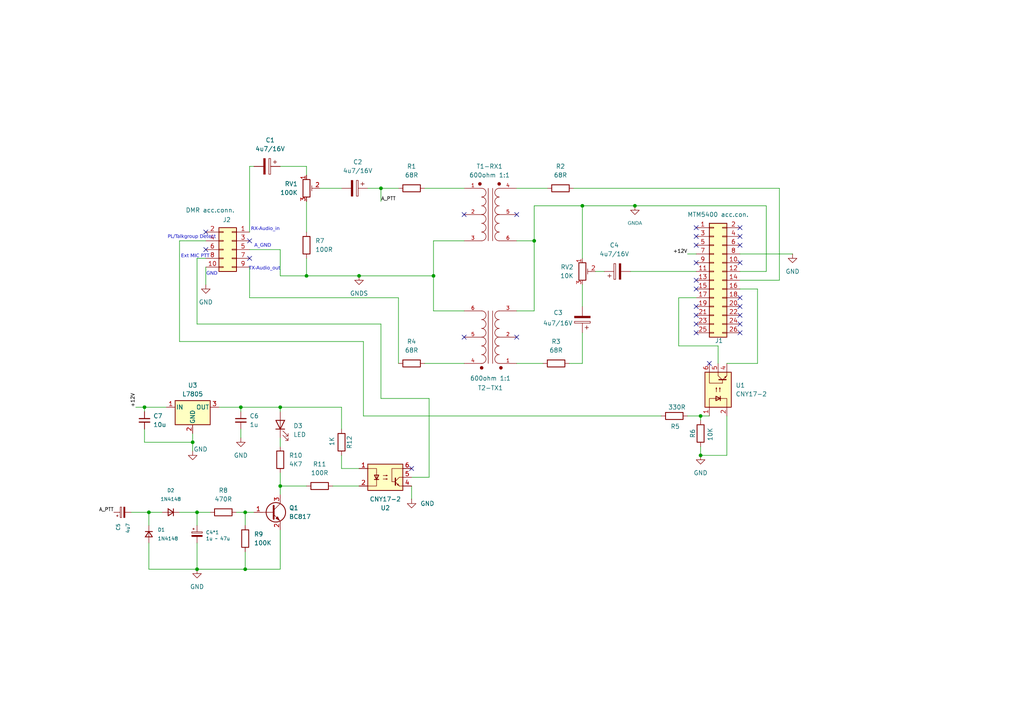
<source format=kicad_sch>
(kicad_sch
	(version 20250114)
	(generator "eeschema")
	(generator_version "9.0")
	(uuid "0b5bcfc9-342b-47d9-993d-ad045bad1b40")
	(paper "A4")
	(title_block
		(title "Gateway interface DMR radio to Tetra MTM5400")
		(date "2026-02-20")
		(rev "V 3.0")
		(company "Z32IT")
	)
	(lib_symbols
		(symbol "Connector_Generic:Conn_02x05_Odd_Even"
			(pin_names
				(offset 1.016)
				(hide yes)
			)
			(exclude_from_sim no)
			(in_bom yes)
			(on_board yes)
			(property "Reference" "J"
				(at 1.27 7.62 0)
				(effects
					(font
						(size 1.27 1.27)
					)
				)
			)
			(property "Value" "Conn_02x05_Odd_Even"
				(at 1.27 -7.62 0)
				(effects
					(font
						(size 1.27 1.27)
					)
				)
			)
			(property "Footprint" ""
				(at 0 0 0)
				(effects
					(font
						(size 1.27 1.27)
					)
					(hide yes)
				)
			)
			(property "Datasheet" "~"
				(at 0 0 0)
				(effects
					(font
						(size 1.27 1.27)
					)
					(hide yes)
				)
			)
			(property "Description" "Generic connector, double row, 02x05, odd/even pin numbering scheme (row 1 odd numbers, row 2 even numbers), script generated (kicad-library-utils/schlib/autogen/connector/)"
				(at 0 0 0)
				(effects
					(font
						(size 1.27 1.27)
					)
					(hide yes)
				)
			)
			(property "ki_keywords" "connector"
				(at 0 0 0)
				(effects
					(font
						(size 1.27 1.27)
					)
					(hide yes)
				)
			)
			(property "ki_fp_filters" "Connector*:*_2x??_*"
				(at 0 0 0)
				(effects
					(font
						(size 1.27 1.27)
					)
					(hide yes)
				)
			)
			(symbol "Conn_02x05_Odd_Even_1_1"
				(rectangle
					(start -1.27 6.35)
					(end 3.81 -6.35)
					(stroke
						(width 0.254)
						(type default)
					)
					(fill
						(type background)
					)
				)
				(rectangle
					(start -1.27 5.207)
					(end 0 4.953)
					(stroke
						(width 0.1524)
						(type default)
					)
					(fill
						(type none)
					)
				)
				(rectangle
					(start -1.27 2.667)
					(end 0 2.413)
					(stroke
						(width 0.1524)
						(type default)
					)
					(fill
						(type none)
					)
				)
				(rectangle
					(start -1.27 0.127)
					(end 0 -0.127)
					(stroke
						(width 0.1524)
						(type default)
					)
					(fill
						(type none)
					)
				)
				(rectangle
					(start -1.27 -2.413)
					(end 0 -2.667)
					(stroke
						(width 0.1524)
						(type default)
					)
					(fill
						(type none)
					)
				)
				(rectangle
					(start -1.27 -4.953)
					(end 0 -5.207)
					(stroke
						(width 0.1524)
						(type default)
					)
					(fill
						(type none)
					)
				)
				(rectangle
					(start 3.81 5.207)
					(end 2.54 4.953)
					(stroke
						(width 0.1524)
						(type default)
					)
					(fill
						(type none)
					)
				)
				(rectangle
					(start 3.81 2.667)
					(end 2.54 2.413)
					(stroke
						(width 0.1524)
						(type default)
					)
					(fill
						(type none)
					)
				)
				(rectangle
					(start 3.81 0.127)
					(end 2.54 -0.127)
					(stroke
						(width 0.1524)
						(type default)
					)
					(fill
						(type none)
					)
				)
				(rectangle
					(start 3.81 -2.413)
					(end 2.54 -2.667)
					(stroke
						(width 0.1524)
						(type default)
					)
					(fill
						(type none)
					)
				)
				(rectangle
					(start 3.81 -4.953)
					(end 2.54 -5.207)
					(stroke
						(width 0.1524)
						(type default)
					)
					(fill
						(type none)
					)
				)
				(pin passive line
					(at -5.08 5.08 0)
					(length 3.81)
					(name "Pin_1"
						(effects
							(font
								(size 1.27 1.27)
							)
						)
					)
					(number "1"
						(effects
							(font
								(size 1.27 1.27)
							)
						)
					)
				)
				(pin passive line
					(at -5.08 2.54 0)
					(length 3.81)
					(name "Pin_3"
						(effects
							(font
								(size 1.27 1.27)
							)
						)
					)
					(number "3"
						(effects
							(font
								(size 1.27 1.27)
							)
						)
					)
				)
				(pin passive line
					(at -5.08 0 0)
					(length 3.81)
					(name "Pin_5"
						(effects
							(font
								(size 1.27 1.27)
							)
						)
					)
					(number "5"
						(effects
							(font
								(size 1.27 1.27)
							)
						)
					)
				)
				(pin passive line
					(at -5.08 -2.54 0)
					(length 3.81)
					(name "Pin_7"
						(effects
							(font
								(size 1.27 1.27)
							)
						)
					)
					(number "7"
						(effects
							(font
								(size 1.27 1.27)
							)
						)
					)
				)
				(pin passive line
					(at -5.08 -5.08 0)
					(length 3.81)
					(name "Pin_9"
						(effects
							(font
								(size 1.27 1.27)
							)
						)
					)
					(number "9"
						(effects
							(font
								(size 1.27 1.27)
							)
						)
					)
				)
				(pin passive line
					(at 7.62 5.08 180)
					(length 3.81)
					(name "Pin_2"
						(effects
							(font
								(size 1.27 1.27)
							)
						)
					)
					(number "2"
						(effects
							(font
								(size 1.27 1.27)
							)
						)
					)
				)
				(pin passive line
					(at 7.62 2.54 180)
					(length 3.81)
					(name "Pin_4"
						(effects
							(font
								(size 1.27 1.27)
							)
						)
					)
					(number "4"
						(effects
							(font
								(size 1.27 1.27)
							)
						)
					)
				)
				(pin passive line
					(at 7.62 0 180)
					(length 3.81)
					(name "Pin_6"
						(effects
							(font
								(size 1.27 1.27)
							)
						)
					)
					(number "6"
						(effects
							(font
								(size 1.27 1.27)
							)
						)
					)
				)
				(pin passive line
					(at 7.62 -2.54 180)
					(length 3.81)
					(name "Pin_8"
						(effects
							(font
								(size 1.27 1.27)
							)
						)
					)
					(number "8"
						(effects
							(font
								(size 1.27 1.27)
							)
						)
					)
				)
				(pin passive line
					(at 7.62 -5.08 180)
					(length 3.81)
					(name "Pin_10"
						(effects
							(font
								(size 1.27 1.27)
							)
						)
					)
					(number "10"
						(effects
							(font
								(size 1.27 1.27)
							)
						)
					)
				)
			)
			(embedded_fonts no)
		)
		(symbol "Connector_Generic:MTM5400_acc"
			(pin_names
				(offset 1.016)
				(hide yes)
			)
			(exclude_from_sim no)
			(in_bom yes)
			(on_board yes)
			(property "Reference" "J"
				(at 1.27 17.78 0)
				(effects
					(font
						(size 1.27 1.27)
					)
				)
			)
			(property "Value" "MTM5400 acc.con."
				(at 1.27 -17.78 0)
				(effects
					(font
						(size 1.27 1.27)
					)
				)
			)
			(property "Footprint" ""
				(at 0 0 0)
				(effects
					(font
						(size 1.27 1.27)
					)
					(hide yes)
				)
			)
			(property "Datasheet" "~"
				(at 0 0 0)
				(effects
					(font
						(size 1.27 1.27)
					)
					(hide yes)
				)
			)
			(property "Description" "Generic connector, double row, 02x13, odd/even pin numbering scheme (row 1 odd numbers, row 2 even numbers), script generated (kicad-library-utils/schlib/autogen/connector/)"
				(at 0 0 0)
				(effects
					(font
						(size 1.27 1.27)
					)
					(hide yes)
				)
			)
			(property "ki_keywords" "connector"
				(at 0 0 0)
				(effects
					(font
						(size 1.27 1.27)
					)
					(hide yes)
				)
			)
			(property "ki_fp_filters" "Connector*:*_2x??_*"
				(at 0 0 0)
				(effects
					(font
						(size 1.27 1.27)
					)
					(hide yes)
				)
			)
			(symbol "MTM5400_acc_1_1"
				(rectangle
					(start -1.27 16.51)
					(end 3.81 -16.51)
					(stroke
						(width 0.254)
						(type default)
					)
					(fill
						(type background)
					)
				)
				(rectangle
					(start -1.27 15.367)
					(end 0 15.113)
					(stroke
						(width 0.1524)
						(type default)
					)
					(fill
						(type none)
					)
				)
				(rectangle
					(start -1.27 12.827)
					(end 0 12.573)
					(stroke
						(width 0.1524)
						(type default)
					)
					(fill
						(type none)
					)
				)
				(rectangle
					(start -1.27 10.287)
					(end 0 10.033)
					(stroke
						(width 0.1524)
						(type default)
					)
					(fill
						(type none)
					)
				)
				(rectangle
					(start -1.27 7.747)
					(end 0 7.493)
					(stroke
						(width 0.1524)
						(type default)
					)
					(fill
						(type none)
					)
				)
				(rectangle
					(start -1.27 5.207)
					(end 0 4.953)
					(stroke
						(width 0.1524)
						(type default)
					)
					(fill
						(type none)
					)
				)
				(rectangle
					(start -1.27 2.667)
					(end 0 2.413)
					(stroke
						(width 0.1524)
						(type default)
					)
					(fill
						(type none)
					)
				)
				(rectangle
					(start -1.27 0.127)
					(end 0 -0.127)
					(stroke
						(width 0.1524)
						(type default)
					)
					(fill
						(type none)
					)
				)
				(rectangle
					(start -1.27 -2.413)
					(end 0 -2.667)
					(stroke
						(width 0.1524)
						(type default)
					)
					(fill
						(type none)
					)
				)
				(rectangle
					(start -1.27 -4.953)
					(end 0 -5.207)
					(stroke
						(width 0.1524)
						(type default)
					)
					(fill
						(type none)
					)
				)
				(rectangle
					(start -1.27 -7.493)
					(end 0 -7.747)
					(stroke
						(width 0.1524)
						(type default)
					)
					(fill
						(type none)
					)
				)
				(rectangle
					(start -1.27 -10.033)
					(end 0 -10.287)
					(stroke
						(width 0.1524)
						(type default)
					)
					(fill
						(type none)
					)
				)
				(rectangle
					(start -1.27 -12.573)
					(end 0 -12.827)
					(stroke
						(width 0.1524)
						(type default)
					)
					(fill
						(type none)
					)
				)
				(rectangle
					(start -1.27 -15.113)
					(end 0 -15.367)
					(stroke
						(width 0.1524)
						(type default)
					)
					(fill
						(type none)
					)
				)
				(rectangle
					(start 3.81 15.367)
					(end 2.54 15.113)
					(stroke
						(width 0.1524)
						(type default)
					)
					(fill
						(type none)
					)
				)
				(rectangle
					(start 3.81 12.827)
					(end 2.54 12.573)
					(stroke
						(width 0.1524)
						(type default)
					)
					(fill
						(type none)
					)
				)
				(rectangle
					(start 3.81 10.287)
					(end 2.54 10.033)
					(stroke
						(width 0.1524)
						(type default)
					)
					(fill
						(type none)
					)
				)
				(rectangle
					(start 3.81 7.747)
					(end 2.54 7.493)
					(stroke
						(width 0.1524)
						(type default)
					)
					(fill
						(type none)
					)
				)
				(rectangle
					(start 3.81 5.207)
					(end 2.54 4.953)
					(stroke
						(width 0.1524)
						(type default)
					)
					(fill
						(type none)
					)
				)
				(rectangle
					(start 3.81 2.667)
					(end 2.54 2.413)
					(stroke
						(width 0.1524)
						(type default)
					)
					(fill
						(type none)
					)
				)
				(rectangle
					(start 3.81 0.127)
					(end 2.54 -0.127)
					(stroke
						(width 0.1524)
						(type default)
					)
					(fill
						(type none)
					)
				)
				(rectangle
					(start 3.81 -2.413)
					(end 2.54 -2.667)
					(stroke
						(width 0.1524)
						(type default)
					)
					(fill
						(type none)
					)
				)
				(rectangle
					(start 3.81 -4.953)
					(end 2.54 -5.207)
					(stroke
						(width 0.1524)
						(type default)
					)
					(fill
						(type none)
					)
				)
				(rectangle
					(start 3.81 -7.493)
					(end 2.54 -7.747)
					(stroke
						(width 0.1524)
						(type default)
					)
					(fill
						(type none)
					)
				)
				(rectangle
					(start 3.81 -10.033)
					(end 2.54 -10.287)
					(stroke
						(width 0.1524)
						(type default)
					)
					(fill
						(type none)
					)
				)
				(rectangle
					(start 3.81 -12.573)
					(end 2.54 -12.827)
					(stroke
						(width 0.1524)
						(type default)
					)
					(fill
						(type none)
					)
				)
				(rectangle
					(start 3.81 -15.113)
					(end 2.54 -15.367)
					(stroke
						(width 0.1524)
						(type default)
					)
					(fill
						(type none)
					)
				)
				(pin passive line
					(at -5.08 15.24 0)
					(length 3.81)
					(name "Pin_26"
						(effects
							(font
								(size 1.27 1.27)
							)
						)
					)
					(number "26"
						(effects
							(font
								(size 1.27 1.27)
							)
						)
					)
				)
				(pin passive line
					(at -5.08 12.7 0)
					(length 3.81)
					(name "CTS"
						(effects
							(font
								(size 1.27 1.27)
							)
						)
					)
					(number "24"
						(effects
							(font
								(size 1.27 1.27)
							)
						)
					)
				)
				(pin passive line
					(at -5.08 10.16 0)
					(length 3.81)
					(name "RXD"
						(effects
							(font
								(size 1.27 1.27)
							)
						)
					)
					(number "22"
						(effects
							(font
								(size 1.27 1.27)
							)
						)
					)
				)
				(pin passive line
					(at -5.08 7.62 0)
					(length 3.81)
					(name "TXD"
						(effects
							(font
								(size 1.27 1.27)
							)
						)
					)
					(number "20"
						(effects
							(font
								(size 1.27 1.27)
							)
						)
					)
				)
				(pin passive line
					(at -5.08 5.08 0)
					(length 3.81)
					(name "Pin_18"
						(effects
							(font
								(size 1.27 1.27)
							)
						)
					)
					(number "18"
						(effects
							(font
								(size 1.27 1.27)
							)
						)
					)
				)
				(pin passive line
					(at -5.08 2.54 0)
					(length 3.81)
					(name "GND_MIC"
						(effects
							(font
								(size 1.27 1.27)
							)
						)
					)
					(number "16"
						(effects
							(font
								(size 1.27 1.27)
							)
						)
					)
				)
				(pin passive line
					(at -5.08 0 0)
					(length 3.81)
					(name "RX_Audio"
						(effects
							(font
								(size 1.27 1.27)
							)
						)
					)
					(number "14"
						(effects
							(font
								(size 1.27 1.27)
							)
						)
					)
				)
				(pin passive line
					(at -5.08 -2.54 0)
					(length 3.81)
					(name "GND_A"
						(effects
							(font
								(size 1.27 1.27)
							)
						)
					)
					(number "12"
						(effects
							(font
								(size 1.27 1.27)
							)
						)
					)
				)
				(pin passive line
					(at -5.08 -5.08 0)
					(length 3.81)
					(name "Pin_10"
						(effects
							(font
								(size 1.27 1.27)
							)
						)
					)
					(number "10"
						(effects
							(font
								(size 1.27 1.27)
							)
						)
					)
				)
				(pin passive line
					(at -5.08 -7.62 0)
					(length 3.81)
					(name "GND"
						(effects
							(font
								(size 1.27 1.27)
							)
						)
					)
					(number "8"
						(effects
							(font
								(size 1.27 1.27)
							)
						)
					)
				)
				(pin passive line
					(at -5.08 -10.16 0)
					(length 3.81)
					(name "Pin_6"
						(effects
							(font
								(size 1.27 1.27)
							)
						)
					)
					(number "6"
						(effects
							(font
								(size 1.27 1.27)
							)
						)
					)
				)
				(pin passive line
					(at -5.08 -12.7 0)
					(length 3.81)
					(name "Pin_4"
						(effects
							(font
								(size 1.27 1.27)
							)
						)
					)
					(number "4"
						(effects
							(font
								(size 1.27 1.27)
							)
						)
					)
				)
				(pin passive line
					(at -5.08 -15.24 0)
					(length 3.81)
					(name "Pin_2"
						(effects
							(font
								(size 1.27 1.27)
							)
						)
					)
					(number "2"
						(effects
							(font
								(size 1.27 1.27)
							)
						)
					)
				)
				(pin passive line
					(at 7.62 15.24 180)
					(length 3.81)
					(name "Pin_25"
						(effects
							(font
								(size 1.27 1.27)
							)
						)
					)
					(number "25"
						(effects
							(font
								(size 1.27 1.27)
							)
						)
					)
				)
				(pin passive line
					(at 7.62 12.7 180)
					(length 3.81)
					(name "Pin_23"
						(effects
							(font
								(size 1.27 1.27)
							)
						)
					)
					(number "23"
						(effects
							(font
								(size 1.27 1.27)
							)
						)
					)
				)
				(pin passive line
					(at 7.62 10.16 180)
					(length 3.81)
					(name "Pin_21"
						(effects
							(font
								(size 1.27 1.27)
							)
						)
					)
					(number "21"
						(effects
							(font
								(size 1.27 1.27)
							)
						)
					)
				)
				(pin passive line
					(at 7.62 7.62 180)
					(length 3.81)
					(name "Pin_19"
						(effects
							(font
								(size 1.27 1.27)
							)
						)
					)
					(number "19"
						(effects
							(font
								(size 1.27 1.27)
							)
						)
					)
				)
				(pin passive line
					(at 7.62 5.08 180)
					(length 3.81)
					(name "PTT"
						(effects
							(font
								(size 1.27 1.27)
							)
						)
					)
					(number "17"
						(effects
							(font
								(size 1.27 1.27)
							)
						)
					)
				)
				(pin passive line
					(at 7.62 2.54 180)
					(length 3.81)
					(name "Pin_15"
						(effects
							(font
								(size 1.27 1.27)
							)
						)
					)
					(number "15"
						(effects
							(font
								(size 1.27 1.27)
							)
						)
					)
				)
				(pin passive line
					(at 7.62 0 180)
					(length 3.81)
					(name "EXT_MIC"
						(effects
							(font
								(size 1.27 1.27)
							)
						)
					)
					(number "13"
						(effects
							(font
								(size 1.27 1.27)
							)
						)
					)
				)
				(pin passive line
					(at 7.62 -2.54 180)
					(length 3.81)
					(name "TX_Audio"
						(effects
							(font
								(size 1.27 1.27)
							)
						)
					)
					(number "11"
						(effects
							(font
								(size 1.27 1.27)
							)
						)
					)
				)
				(pin passive line
					(at 7.62 -5.08 180)
					(length 3.81)
					(name "Pin_9"
						(effects
							(font
								(size 1.27 1.27)
							)
						)
					)
					(number "9"
						(effects
							(font
								(size 1.27 1.27)
							)
						)
					)
				)
				(pin passive line
					(at 7.62 -7.62 180)
					(length 3.81)
					(name "Pin_7"
						(effects
							(font
								(size 1.27 1.27)
							)
						)
					)
					(number "7"
						(effects
							(font
								(size 1.27 1.27)
							)
						)
					)
				)
				(pin passive line
					(at 7.62 -10.16 180)
					(length 3.81)
					(name "Pin_5"
						(effects
							(font
								(size 1.27 1.27)
							)
						)
					)
					(number "5"
						(effects
							(font
								(size 1.27 1.27)
							)
						)
					)
				)
				(pin passive line
					(at 7.62 -12.7 180)
					(length 3.81)
					(name "Pin_3"
						(effects
							(font
								(size 1.27 1.27)
							)
						)
					)
					(number "3"
						(effects
							(font
								(size 1.27 1.27)
							)
						)
					)
				)
				(pin passive line
					(at 7.62 -15.24 180)
					(length 3.81)
					(name "Pin_1"
						(effects
							(font
								(size 1.27 1.27)
							)
						)
					)
					(number "1"
						(effects
							(font
								(size 1.27 1.27)
							)
						)
					)
				)
			)
			(embedded_fonts no)
		)
		(symbol "Device:C_Polarized"
			(pin_numbers
				(hide yes)
			)
			(pin_names
				(offset 0.254)
			)
			(exclude_from_sim no)
			(in_bom yes)
			(on_board yes)
			(property "Reference" "C"
				(at 0.635 2.54 0)
				(effects
					(font
						(size 1.27 1.27)
					)
					(justify left)
				)
			)
			(property "Value" "C_Polarized"
				(at 0.635 -2.54 0)
				(effects
					(font
						(size 1.27 1.27)
					)
					(justify left)
				)
			)
			(property "Footprint" ""
				(at 0.9652 -3.81 0)
				(effects
					(font
						(size 1.27 1.27)
					)
					(hide yes)
				)
			)
			(property "Datasheet" "~"
				(at 0 0 0)
				(effects
					(font
						(size 1.27 1.27)
					)
					(hide yes)
				)
			)
			(property "Description" "Polarized capacitor"
				(at 0 0 0)
				(effects
					(font
						(size 1.27 1.27)
					)
					(hide yes)
				)
			)
			(property "ki_keywords" "cap capacitor"
				(at 0 0 0)
				(effects
					(font
						(size 1.27 1.27)
					)
					(hide yes)
				)
			)
			(property "ki_fp_filters" "CP_*"
				(at 0 0 0)
				(effects
					(font
						(size 1.27 1.27)
					)
					(hide yes)
				)
			)
			(symbol "C_Polarized_0_1"
				(rectangle
					(start -2.286 0.508)
					(end 2.286 1.016)
					(stroke
						(width 0)
						(type default)
					)
					(fill
						(type none)
					)
				)
				(polyline
					(pts
						(xy -1.778 2.286) (xy -0.762 2.286)
					)
					(stroke
						(width 0)
						(type default)
					)
					(fill
						(type none)
					)
				)
				(polyline
					(pts
						(xy -1.27 2.794) (xy -1.27 1.778)
					)
					(stroke
						(width 0)
						(type default)
					)
					(fill
						(type none)
					)
				)
				(rectangle
					(start 2.286 -0.508)
					(end -2.286 -1.016)
					(stroke
						(width 0)
						(type default)
					)
					(fill
						(type outline)
					)
				)
			)
			(symbol "C_Polarized_1_1"
				(pin passive line
					(at 0 3.81 270)
					(length 2.794)
					(name "~"
						(effects
							(font
								(size 1.27 1.27)
							)
						)
					)
					(number "1"
						(effects
							(font
								(size 1.27 1.27)
							)
						)
					)
				)
				(pin passive line
					(at 0 -3.81 90)
					(length 2.794)
					(name "~"
						(effects
							(font
								(size 1.27 1.27)
							)
						)
					)
					(number "2"
						(effects
							(font
								(size 1.27 1.27)
							)
						)
					)
				)
			)
			(embedded_fonts no)
		)
		(symbol "Device:C_Polarized_Small"
			(pin_numbers
				(hide yes)
			)
			(pin_names
				(offset 0.254)
				(hide yes)
			)
			(exclude_from_sim no)
			(in_bom yes)
			(on_board yes)
			(property "Reference" "C"
				(at 0.254 1.778 0)
				(effects
					(font
						(size 1.27 1.27)
					)
					(justify left)
				)
			)
			(property "Value" "C_Polarized_Small"
				(at 0.254 -2.032 0)
				(effects
					(font
						(size 1.27 1.27)
					)
					(justify left)
				)
			)
			(property "Footprint" ""
				(at 0 0 0)
				(effects
					(font
						(size 1.27 1.27)
					)
					(hide yes)
				)
			)
			(property "Datasheet" "~"
				(at 0 0 0)
				(effects
					(font
						(size 1.27 1.27)
					)
					(hide yes)
				)
			)
			(property "Description" "Polarized capacitor, small symbol"
				(at 0 0 0)
				(effects
					(font
						(size 1.27 1.27)
					)
					(hide yes)
				)
			)
			(property "ki_keywords" "cap capacitor"
				(at 0 0 0)
				(effects
					(font
						(size 1.27 1.27)
					)
					(hide yes)
				)
			)
			(property "ki_fp_filters" "CP_*"
				(at 0 0 0)
				(effects
					(font
						(size 1.27 1.27)
					)
					(hide yes)
				)
			)
			(symbol "C_Polarized_Small_0_1"
				(rectangle
					(start -1.524 0.6858)
					(end 1.524 0.3048)
					(stroke
						(width 0)
						(type default)
					)
					(fill
						(type none)
					)
				)
				(rectangle
					(start -1.524 -0.3048)
					(end 1.524 -0.6858)
					(stroke
						(width 0)
						(type default)
					)
					(fill
						(type outline)
					)
				)
				(polyline
					(pts
						(xy -1.27 1.524) (xy -0.762 1.524)
					)
					(stroke
						(width 0)
						(type default)
					)
					(fill
						(type none)
					)
				)
				(polyline
					(pts
						(xy -1.016 1.27) (xy -1.016 1.778)
					)
					(stroke
						(width 0)
						(type default)
					)
					(fill
						(type none)
					)
				)
			)
			(symbol "C_Polarized_Small_1_1"
				(pin passive line
					(at 0 2.54 270)
					(length 1.8542)
					(name "~"
						(effects
							(font
								(size 1.27 1.27)
							)
						)
					)
					(number "1"
						(effects
							(font
								(size 1.27 1.27)
							)
						)
					)
				)
				(pin passive line
					(at 0 -2.54 90)
					(length 1.8542)
					(name "~"
						(effects
							(font
								(size 1.27 1.27)
							)
						)
					)
					(number "2"
						(effects
							(font
								(size 1.27 1.27)
							)
						)
					)
				)
			)
			(embedded_fonts no)
		)
		(symbol "Device:C_Small"
			(pin_numbers
				(hide yes)
			)
			(pin_names
				(offset 0.254)
				(hide yes)
			)
			(exclude_from_sim no)
			(in_bom yes)
			(on_board yes)
			(property "Reference" "C"
				(at 0.254 1.778 0)
				(effects
					(font
						(size 1.27 1.27)
					)
					(justify left)
				)
			)
			(property "Value" "C_Small"
				(at 0.254 -2.032 0)
				(effects
					(font
						(size 1.27 1.27)
					)
					(justify left)
				)
			)
			(property "Footprint" ""
				(at 0 0 0)
				(effects
					(font
						(size 1.27 1.27)
					)
					(hide yes)
				)
			)
			(property "Datasheet" "~"
				(at 0 0 0)
				(effects
					(font
						(size 1.27 1.27)
					)
					(hide yes)
				)
			)
			(property "Description" "Unpolarized capacitor, small symbol"
				(at 0 0 0)
				(effects
					(font
						(size 1.27 1.27)
					)
					(hide yes)
				)
			)
			(property "ki_keywords" "capacitor cap"
				(at 0 0 0)
				(effects
					(font
						(size 1.27 1.27)
					)
					(hide yes)
				)
			)
			(property "ki_fp_filters" "C_*"
				(at 0 0 0)
				(effects
					(font
						(size 1.27 1.27)
					)
					(hide yes)
				)
			)
			(symbol "C_Small_0_1"
				(polyline
					(pts
						(xy -1.524 0.508) (xy 1.524 0.508)
					)
					(stroke
						(width 0.3048)
						(type default)
					)
					(fill
						(type none)
					)
				)
				(polyline
					(pts
						(xy -1.524 -0.508) (xy 1.524 -0.508)
					)
					(stroke
						(width 0.3302)
						(type default)
					)
					(fill
						(type none)
					)
				)
			)
			(symbol "C_Small_1_1"
				(pin passive line
					(at 0 2.54 270)
					(length 2.032)
					(name "~"
						(effects
							(font
								(size 1.27 1.27)
							)
						)
					)
					(number "1"
						(effects
							(font
								(size 1.27 1.27)
							)
						)
					)
				)
				(pin passive line
					(at 0 -2.54 90)
					(length 2.032)
					(name "~"
						(effects
							(font
								(size 1.27 1.27)
							)
						)
					)
					(number "2"
						(effects
							(font
								(size 1.27 1.27)
							)
						)
					)
				)
			)
			(embedded_fonts no)
		)
		(symbol "Device:D_Small"
			(pin_numbers
				(hide yes)
			)
			(pin_names
				(offset 0.254)
				(hide yes)
			)
			(exclude_from_sim no)
			(in_bom yes)
			(on_board yes)
			(property "Reference" "D"
				(at -1.27 2.032 0)
				(effects
					(font
						(size 1.27 1.27)
					)
					(justify left)
				)
			)
			(property "Value" "D_Small"
				(at -3.81 -2.032 0)
				(effects
					(font
						(size 1.27 1.27)
					)
					(justify left)
				)
			)
			(property "Footprint" ""
				(at 0 0 90)
				(effects
					(font
						(size 1.27 1.27)
					)
					(hide yes)
				)
			)
			(property "Datasheet" "~"
				(at 0 0 90)
				(effects
					(font
						(size 1.27 1.27)
					)
					(hide yes)
				)
			)
			(property "Description" "Diode, small symbol"
				(at 0 0 0)
				(effects
					(font
						(size 1.27 1.27)
					)
					(hide yes)
				)
			)
			(property "Sim.Device" "D"
				(at 0 0 0)
				(effects
					(font
						(size 1.27 1.27)
					)
					(hide yes)
				)
			)
			(property "Sim.Pins" "1=K 2=A"
				(at 0 0 0)
				(effects
					(font
						(size 1.27 1.27)
					)
					(hide yes)
				)
			)
			(property "ki_keywords" "diode"
				(at 0 0 0)
				(effects
					(font
						(size 1.27 1.27)
					)
					(hide yes)
				)
			)
			(property "ki_fp_filters" "TO-???* *_Diode_* *SingleDiode* D_*"
				(at 0 0 0)
				(effects
					(font
						(size 1.27 1.27)
					)
					(hide yes)
				)
			)
			(symbol "D_Small_0_1"
				(polyline
					(pts
						(xy -0.762 0) (xy 0.762 0)
					)
					(stroke
						(width 0)
						(type default)
					)
					(fill
						(type none)
					)
				)
				(polyline
					(pts
						(xy -0.762 -1.016) (xy -0.762 1.016)
					)
					(stroke
						(width 0.254)
						(type default)
					)
					(fill
						(type none)
					)
				)
				(polyline
					(pts
						(xy 0.762 -1.016) (xy -0.762 0) (xy 0.762 1.016) (xy 0.762 -1.016)
					)
					(stroke
						(width 0.254)
						(type default)
					)
					(fill
						(type none)
					)
				)
			)
			(symbol "D_Small_1_1"
				(pin passive line
					(at -2.54 0 0)
					(length 1.778)
					(name "K"
						(effects
							(font
								(size 1.27 1.27)
							)
						)
					)
					(number "1"
						(effects
							(font
								(size 1.27 1.27)
							)
						)
					)
				)
				(pin passive line
					(at 2.54 0 180)
					(length 1.778)
					(name "A"
						(effects
							(font
								(size 1.27 1.27)
							)
						)
					)
					(number "2"
						(effects
							(font
								(size 1.27 1.27)
							)
						)
					)
				)
			)
			(embedded_fonts no)
		)
		(symbol "Device:LED"
			(pin_numbers
				(hide yes)
			)
			(pin_names
				(offset 1.016)
				(hide yes)
			)
			(exclude_from_sim no)
			(in_bom yes)
			(on_board yes)
			(property "Reference" "D"
				(at 0 2.54 0)
				(effects
					(font
						(size 1.27 1.27)
					)
				)
			)
			(property "Value" "LED"
				(at 0 -2.54 0)
				(effects
					(font
						(size 1.27 1.27)
					)
				)
			)
			(property "Footprint" ""
				(at 0 0 0)
				(effects
					(font
						(size 1.27 1.27)
					)
					(hide yes)
				)
			)
			(property "Datasheet" "~"
				(at 0 0 0)
				(effects
					(font
						(size 1.27 1.27)
					)
					(hide yes)
				)
			)
			(property "Description" "Light emitting diode"
				(at 0 0 0)
				(effects
					(font
						(size 1.27 1.27)
					)
					(hide yes)
				)
			)
			(property "Sim.Pins" "1=K 2=A"
				(at 0 0 0)
				(effects
					(font
						(size 1.27 1.27)
					)
					(hide yes)
				)
			)
			(property "ki_keywords" "LED diode"
				(at 0 0 0)
				(effects
					(font
						(size 1.27 1.27)
					)
					(hide yes)
				)
			)
			(property "ki_fp_filters" "LED* LED_SMD:* LED_THT:*"
				(at 0 0 0)
				(effects
					(font
						(size 1.27 1.27)
					)
					(hide yes)
				)
			)
			(symbol "LED_0_1"
				(polyline
					(pts
						(xy -3.048 -0.762) (xy -4.572 -2.286) (xy -3.81 -2.286) (xy -4.572 -2.286) (xy -4.572 -1.524)
					)
					(stroke
						(width 0)
						(type default)
					)
					(fill
						(type none)
					)
				)
				(polyline
					(pts
						(xy -1.778 -0.762) (xy -3.302 -2.286) (xy -2.54 -2.286) (xy -3.302 -2.286) (xy -3.302 -1.524)
					)
					(stroke
						(width 0)
						(type default)
					)
					(fill
						(type none)
					)
				)
				(polyline
					(pts
						(xy -1.27 0) (xy 1.27 0)
					)
					(stroke
						(width 0)
						(type default)
					)
					(fill
						(type none)
					)
				)
				(polyline
					(pts
						(xy -1.27 -1.27) (xy -1.27 1.27)
					)
					(stroke
						(width 0.254)
						(type default)
					)
					(fill
						(type none)
					)
				)
				(polyline
					(pts
						(xy 1.27 -1.27) (xy 1.27 1.27) (xy -1.27 0) (xy 1.27 -1.27)
					)
					(stroke
						(width 0.254)
						(type default)
					)
					(fill
						(type none)
					)
				)
			)
			(symbol "LED_1_1"
				(pin passive line
					(at -3.81 0 0)
					(length 2.54)
					(name "K"
						(effects
							(font
								(size 1.27 1.27)
							)
						)
					)
					(number "1"
						(effects
							(font
								(size 1.27 1.27)
							)
						)
					)
				)
				(pin passive line
					(at 3.81 0 180)
					(length 2.54)
					(name "A"
						(effects
							(font
								(size 1.27 1.27)
							)
						)
					)
					(number "2"
						(effects
							(font
								(size 1.27 1.27)
							)
						)
					)
				)
			)
			(embedded_fonts no)
		)
		(symbol "Device:R"
			(pin_numbers
				(hide yes)
			)
			(pin_names
				(offset 0)
			)
			(exclude_from_sim no)
			(in_bom yes)
			(on_board yes)
			(property "Reference" "R"
				(at 2.032 0 90)
				(effects
					(font
						(size 1.27 1.27)
					)
				)
			)
			(property "Value" "R"
				(at 0 0 90)
				(effects
					(font
						(size 1.27 1.27)
					)
				)
			)
			(property "Footprint" ""
				(at -1.778 0 90)
				(effects
					(font
						(size 1.27 1.27)
					)
					(hide yes)
				)
			)
			(property "Datasheet" "~"
				(at 0 0 0)
				(effects
					(font
						(size 1.27 1.27)
					)
					(hide yes)
				)
			)
			(property "Description" "Resistor"
				(at 0 0 0)
				(effects
					(font
						(size 1.27 1.27)
					)
					(hide yes)
				)
			)
			(property "ki_keywords" "R res resistor"
				(at 0 0 0)
				(effects
					(font
						(size 1.27 1.27)
					)
					(hide yes)
				)
			)
			(property "ki_fp_filters" "R_*"
				(at 0 0 0)
				(effects
					(font
						(size 1.27 1.27)
					)
					(hide yes)
				)
			)
			(symbol "R_0_1"
				(rectangle
					(start -1.016 -2.54)
					(end 1.016 2.54)
					(stroke
						(width 0.254)
						(type default)
					)
					(fill
						(type none)
					)
				)
			)
			(symbol "R_1_1"
				(pin passive line
					(at 0 3.81 270)
					(length 1.27)
					(name "~"
						(effects
							(font
								(size 1.27 1.27)
							)
						)
					)
					(number "1"
						(effects
							(font
								(size 1.27 1.27)
							)
						)
					)
				)
				(pin passive line
					(at 0 -3.81 90)
					(length 1.27)
					(name "~"
						(effects
							(font
								(size 1.27 1.27)
							)
						)
					)
					(number "2"
						(effects
							(font
								(size 1.27 1.27)
							)
						)
					)
				)
			)
			(embedded_fonts no)
		)
		(symbol "Device:R_Potentiometer_Trim"
			(pin_names
				(offset 1.016)
				(hide yes)
			)
			(exclude_from_sim no)
			(in_bom yes)
			(on_board yes)
			(property "Reference" "RV"
				(at -4.445 0 90)
				(effects
					(font
						(size 1.27 1.27)
					)
				)
			)
			(property "Value" "R_Potentiometer_Trim"
				(at -2.54 0 90)
				(effects
					(font
						(size 1.27 1.27)
					)
				)
			)
			(property "Footprint" ""
				(at 0 0 0)
				(effects
					(font
						(size 1.27 1.27)
					)
					(hide yes)
				)
			)
			(property "Datasheet" "~"
				(at 0 0 0)
				(effects
					(font
						(size 1.27 1.27)
					)
					(hide yes)
				)
			)
			(property "Description" "Trim-potentiometer"
				(at 0 0 0)
				(effects
					(font
						(size 1.27 1.27)
					)
					(hide yes)
				)
			)
			(property "ki_keywords" "resistor variable trimpot trimmer"
				(at 0 0 0)
				(effects
					(font
						(size 1.27 1.27)
					)
					(hide yes)
				)
			)
			(property "ki_fp_filters" "Potentiometer*"
				(at 0 0 0)
				(effects
					(font
						(size 1.27 1.27)
					)
					(hide yes)
				)
			)
			(symbol "R_Potentiometer_Trim_0_1"
				(rectangle
					(start 1.016 2.54)
					(end -1.016 -2.54)
					(stroke
						(width 0.254)
						(type default)
					)
					(fill
						(type none)
					)
				)
				(polyline
					(pts
						(xy 1.524 0.762) (xy 1.524 -0.762)
					)
					(stroke
						(width 0)
						(type default)
					)
					(fill
						(type none)
					)
				)
				(polyline
					(pts
						(xy 2.54 0) (xy 1.524 0)
					)
					(stroke
						(width 0)
						(type default)
					)
					(fill
						(type none)
					)
				)
			)
			(symbol "R_Potentiometer_Trim_1_1"
				(pin passive line
					(at 0 3.81 270)
					(length 1.27)
					(name "1"
						(effects
							(font
								(size 1.27 1.27)
							)
						)
					)
					(number "1"
						(effects
							(font
								(size 1.27 1.27)
							)
						)
					)
				)
				(pin passive line
					(at 0 -3.81 90)
					(length 1.27)
					(name "3"
						(effects
							(font
								(size 1.27 1.27)
							)
						)
					)
					(number "3"
						(effects
							(font
								(size 1.27 1.27)
							)
						)
					)
				)
				(pin passive line
					(at 3.81 0 180)
					(length 1.27)
					(name "2"
						(effects
							(font
								(size 1.27 1.27)
							)
						)
					)
					(number "2"
						(effects
							(font
								(size 1.27 1.27)
							)
						)
					)
				)
			)
			(embedded_fonts no)
		)
		(symbol "Isolator:CNY17-2"
			(pin_names
				(offset 1.016)
			)
			(exclude_from_sim no)
			(in_bom yes)
			(on_board yes)
			(property "Reference" "U"
				(at -5.08 5.08 0)
				(effects
					(font
						(size 1.27 1.27)
					)
					(justify left)
				)
			)
			(property "Value" "CNY17-2"
				(at 0 5.08 0)
				(effects
					(font
						(size 1.27 1.27)
					)
					(justify left)
				)
			)
			(property "Footprint" ""
				(at 0 0 0)
				(effects
					(font
						(size 1.27 1.27)
					)
					(justify left)
					(hide yes)
				)
			)
			(property "Datasheet" "http://www.vishay.com/docs/83606/cny17.pdf"
				(at 0 0 0)
				(effects
					(font
						(size 1.27 1.27)
					)
					(justify left)
					(hide yes)
				)
			)
			(property "Description" "DC Optocoupler Base Connected, Vce 70V, CTR 63-125%, Viso 5000V (RMS), DIP6"
				(at 0 0 0)
				(effects
					(font
						(size 1.27 1.27)
					)
					(hide yes)
				)
			)
			(property "ki_keywords" "NPN DC Optocoupler Base Connected"
				(at 0 0 0)
				(effects
					(font
						(size 1.27 1.27)
					)
					(hide yes)
				)
			)
			(property "ki_fp_filters" "DIP*W7.62mm* DIP*W10.16mm* SMDIP*W9.53mm*"
				(at 0 0 0)
				(effects
					(font
						(size 1.27 1.27)
					)
					(hide yes)
				)
			)
			(symbol "CNY17-2_0_1"
				(rectangle
					(start -5.08 3.81)
					(end 5.08 -3.81)
					(stroke
						(width 0.254)
						(type default)
					)
					(fill
						(type background)
					)
				)
				(polyline
					(pts
						(xy -5.08 2.54) (xy -2.54 2.54) (xy -2.54 -0.762)
					)
					(stroke
						(width 0)
						(type default)
					)
					(fill
						(type none)
					)
				)
				(polyline
					(pts
						(xy -3.175 -0.635) (xy -1.905 -0.635)
					)
					(stroke
						(width 0.254)
						(type default)
					)
					(fill
						(type none)
					)
				)
				(polyline
					(pts
						(xy -2.54 -0.635) (xy -2.54 -2.54) (xy -5.08 -2.54)
					)
					(stroke
						(width 0)
						(type default)
					)
					(fill
						(type none)
					)
				)
				(polyline
					(pts
						(xy -2.54 -0.635) (xy -3.175 0.635) (xy -1.905 0.635) (xy -2.54 -0.635)
					)
					(stroke
						(width 0.254)
						(type default)
					)
					(fill
						(type none)
					)
				)
				(polyline
					(pts
						(xy -0.635 0.508) (xy 0.635 0.508) (xy 0.254 0.381) (xy 0.254 0.635) (xy 0.635 0.508)
					)
					(stroke
						(width 0)
						(type default)
					)
					(fill
						(type none)
					)
				)
				(polyline
					(pts
						(xy -0.635 -0.508) (xy 0.635 -0.508) (xy 0.254 -0.635) (xy 0.254 -0.381) (xy 0.635 -0.508)
					)
					(stroke
						(width 0)
						(type default)
					)
					(fill
						(type none)
					)
				)
				(polyline
					(pts
						(xy 1.905 -1.27) (xy 1.905 2.54) (xy 5.08 2.54)
					)
					(stroke
						(width 0)
						(type default)
					)
					(fill
						(type none)
					)
				)
				(polyline
					(pts
						(xy 2.921 -0.254) (xy 2.921 -2.286) (xy 2.921 -2.286)
					)
					(stroke
						(width 0.3556)
						(type default)
					)
					(fill
						(type none)
					)
				)
				(polyline
					(pts
						(xy 2.921 -1.143) (xy 4.064 0)
					)
					(stroke
						(width 0)
						(type default)
					)
					(fill
						(type none)
					)
				)
				(polyline
					(pts
						(xy 2.921 -1.27) (xy 1.905 -1.27)
					)
					(stroke
						(width 0)
						(type default)
					)
					(fill
						(type none)
					)
				)
				(polyline
					(pts
						(xy 2.921 -1.397) (xy 4.064 -2.54)
					)
					(stroke
						(width 0)
						(type default)
					)
					(fill
						(type none)
					)
				)
				(polyline
					(pts
						(xy 3.937 -2.413) (xy 3.683 -1.905) (xy 3.429 -2.159) (xy 3.937 -2.413)
					)
					(stroke
						(width 0)
						(type default)
					)
					(fill
						(type none)
					)
				)
				(polyline
					(pts
						(xy 4.064 -2.54) (xy 5.08 -2.54)
					)
					(stroke
						(width 0)
						(type default)
					)
					(fill
						(type none)
					)
				)
				(polyline
					(pts
						(xy 5.08 0) (xy 4.064 0)
					)
					(stroke
						(width 0)
						(type default)
					)
					(fill
						(type none)
					)
				)
			)
			(symbol "CNY17-2_1_1"
				(pin passive line
					(at -7.62 2.54 0)
					(length 2.54)
					(name "~"
						(effects
							(font
								(size 1.27 1.27)
							)
						)
					)
					(number "1"
						(effects
							(font
								(size 1.27 1.27)
							)
						)
					)
				)
				(pin passive line
					(at -7.62 -2.54 0)
					(length 2.54)
					(name "~"
						(effects
							(font
								(size 1.27 1.27)
							)
						)
					)
					(number "2"
						(effects
							(font
								(size 1.27 1.27)
							)
						)
					)
				)
				(pin no_connect line
					(at -5.08 0 0)
					(length 2.54)
					(hide yes)
					(name "NC"
						(effects
							(font
								(size 1.27 1.27)
							)
						)
					)
					(number "3"
						(effects
							(font
								(size 1.27 1.27)
							)
						)
					)
				)
				(pin passive line
					(at 7.62 2.54 180)
					(length 2.54)
					(name "~"
						(effects
							(font
								(size 1.27 1.27)
							)
						)
					)
					(number "6"
						(effects
							(font
								(size 1.27 1.27)
							)
						)
					)
				)
				(pin passive line
					(at 7.62 0 180)
					(length 2.54)
					(name "~"
						(effects
							(font
								(size 1.27 1.27)
							)
						)
					)
					(number "5"
						(effects
							(font
								(size 1.27 1.27)
							)
						)
					)
				)
				(pin passive line
					(at 7.62 -2.54 180)
					(length 2.54)
					(name "~"
						(effects
							(font
								(size 1.27 1.27)
							)
						)
					)
					(number "4"
						(effects
							(font
								(size 1.27 1.27)
							)
						)
					)
				)
			)
			(embedded_fonts no)
		)
		(symbol "Regulator_Linear:L7805"
			(pin_names
				(offset 0.254)
			)
			(exclude_from_sim no)
			(in_bom yes)
			(on_board yes)
			(property "Reference" "U"
				(at -3.81 3.175 0)
				(effects
					(font
						(size 1.27 1.27)
					)
				)
			)
			(property "Value" "L7805"
				(at 0 3.175 0)
				(effects
					(font
						(size 1.27 1.27)
					)
					(justify left)
				)
			)
			(property "Footprint" ""
				(at 0.635 -3.81 0)
				(effects
					(font
						(size 1.27 1.27)
						(italic yes)
					)
					(justify left)
					(hide yes)
				)
			)
			(property "Datasheet" "http://www.st.com/content/ccc/resource/technical/document/datasheet/41/4f/b3/b0/12/d4/47/88/CD00000444.pdf/files/CD00000444.pdf/jcr:content/translations/en.CD00000444.pdf"
				(at 0 -1.27 0)
				(effects
					(font
						(size 1.27 1.27)
					)
					(hide yes)
				)
			)
			(property "Description" "Positive 1.5A 35V Linear Regulator, Fixed Output 5V, TO-220/TO-263/TO-252"
				(at 0 0 0)
				(effects
					(font
						(size 1.27 1.27)
					)
					(hide yes)
				)
			)
			(property "ki_keywords" "Voltage Regulator 1.5A Positive"
				(at 0 0 0)
				(effects
					(font
						(size 1.27 1.27)
					)
					(hide yes)
				)
			)
			(property "ki_fp_filters" "TO?252* TO?263* TO?220*"
				(at 0 0 0)
				(effects
					(font
						(size 1.27 1.27)
					)
					(hide yes)
				)
			)
			(symbol "L7805_0_1"
				(rectangle
					(start -5.08 1.905)
					(end 5.08 -5.08)
					(stroke
						(width 0.254)
						(type default)
					)
					(fill
						(type background)
					)
				)
			)
			(symbol "L7805_1_1"
				(pin power_in line
					(at -7.62 0 0)
					(length 2.54)
					(name "IN"
						(effects
							(font
								(size 1.27 1.27)
							)
						)
					)
					(number "1"
						(effects
							(font
								(size 1.27 1.27)
							)
						)
					)
				)
				(pin power_in line
					(at 0 -7.62 90)
					(length 2.54)
					(name "GND"
						(effects
							(font
								(size 1.27 1.27)
							)
						)
					)
					(number "2"
						(effects
							(font
								(size 1.27 1.27)
							)
						)
					)
				)
				(pin power_out line
					(at 7.62 0 180)
					(length 2.54)
					(name "OUT"
						(effects
							(font
								(size 1.27 1.27)
							)
						)
					)
					(number "3"
						(effects
							(font
								(size 1.27 1.27)
							)
						)
					)
				)
			)
			(embedded_fonts no)
		)
		(symbol "TY-145P:TY-145P"
			(pin_names
				(offset 1.016)
			)
			(exclude_from_sim no)
			(in_bom yes)
			(on_board yes)
			(property "Reference" "T"
				(at -5.0839 10.1679 0)
				(effects
					(font
						(size 1.27 1.27)
					)
					(justify left bottom)
				)
			)
			(property "Value" "TY-145P"
				(at -5.0814 -10.1627 0)
				(effects
					(font
						(size 1.27 1.27)
					)
					(justify left bottom)
				)
			)
			(property "Footprint" "TY-145P:XFMR_TY-145P"
				(at 0 0 0)
				(effects
					(font
						(size 1.27 1.27)
					)
					(justify bottom)
					(hide yes)
				)
			)
			(property "Datasheet" ""
				(at 0 0 0)
				(effects
					(font
						(size 1.27 1.27)
					)
					(hide yes)
				)
			)
			(property "Description" ""
				(at 0 0 0)
				(effects
					(font
						(size 1.27 1.27)
					)
					(hide yes)
				)
			)
			(property "MF" "Triad Magnetics"
				(at 0 0 0)
				(effects
					(font
						(size 1.27 1.27)
					)
					(justify bottom)
					(hide yes)
				)
			)
			(property "Description_1" "Transformer Audio 100mW 600(C.T.)Ohm Primary 600(C.T.)Ohm Secondary 200Hz-15kHz | Triad Magnetics TY-145P"
				(at 0 0 0)
				(effects
					(font
						(size 1.27 1.27)
					)
					(justify bottom)
					(hide yes)
				)
			)
			(property "Package" "None"
				(at 0 0 0)
				(effects
					(font
						(size 1.27 1.27)
					)
					(justify bottom)
					(hide yes)
				)
			)
			(property "Price" "None"
				(at 0 0 0)
				(effects
					(font
						(size 1.27 1.27)
					)
					(justify bottom)
					(hide yes)
				)
			)
			(property "Check_prices" "https://www.snapeda.com/parts/TY-145P/Triad+Magnetics/view-part/?ref=eda"
				(at 0 0 0)
				(effects
					(font
						(size 1.27 1.27)
					)
					(justify bottom)
					(hide yes)
				)
			)
			(property "STANDARD" "Manufacturer Recommendations"
				(at 0 0 0)
				(effects
					(font
						(size 1.27 1.27)
					)
					(justify bottom)
					(hide yes)
				)
			)
			(property "PARTREV" "2016"
				(at 0 0 0)
				(effects
					(font
						(size 1.27 1.27)
					)
					(justify bottom)
					(hide yes)
				)
			)
			(property "SnapEDA_Link" "https://www.snapeda.com/parts/TY-145P/Triad+Magnetics/view-part/?ref=snap"
				(at 0 0 0)
				(effects
					(font
						(size 1.27 1.27)
					)
					(justify bottom)
					(hide yes)
				)
			)
			(property "MP" "TY-145P"
				(at 0 0 0)
				(effects
					(font
						(size 1.27 1.27)
					)
					(justify bottom)
					(hide yes)
				)
			)
			(property "Purchase-URL" "https://www.snapeda.com/api/url_track_click_mouser/?unipart_id=117360&manufacturer=Triad Magnetics&part_name=TY-145P&search_term=None"
				(at 0 0 0)
				(effects
					(font
						(size 1.27 1.27)
					)
					(justify bottom)
					(hide yes)
				)
			)
			(property "Availability" "In Stock"
				(at 0 0 0)
				(effects
					(font
						(size 1.27 1.27)
					)
					(justify bottom)
					(hide yes)
				)
			)
			(property "MANUFACTURER" "Triad Magnetics"
				(at 0 0 0)
				(effects
					(font
						(size 1.27 1.27)
					)
					(justify bottom)
					(hide yes)
				)
			)
			(symbol "TY-145P_0_0"
				(circle
					(center -3.048 8.89)
					(radius 0.254)
					(stroke
						(width 0.508)
						(type default)
					)
					(fill
						(type none)
					)
				)
				(arc
					(start -2.54 7.62)
					(mid -1.2755 6.35)
					(end -2.54 5.08)
					(stroke
						(width 0.1524)
						(type default)
					)
					(fill
						(type none)
					)
				)
				(arc
					(start -2.54 5.08)
					(mid -1.2755 3.81)
					(end -2.54 2.54)
					(stroke
						(width 0.1524)
						(type default)
					)
					(fill
						(type none)
					)
				)
				(arc
					(start -2.54 2.54)
					(mid -1.2755 1.27)
					(end -2.54 0)
					(stroke
						(width 0.1524)
						(type default)
					)
					(fill
						(type none)
					)
				)
				(arc
					(start -2.54 0)
					(mid -1.2755 -1.27)
					(end -2.54 -2.54)
					(stroke
						(width 0.1524)
						(type default)
					)
					(fill
						(type none)
					)
				)
				(arc
					(start -2.54 -2.54)
					(mid -1.2755 -3.81)
					(end -2.54 -5.08)
					(stroke
						(width 0.1524)
						(type default)
					)
					(fill
						(type none)
					)
				)
				(arc
					(start -2.54 -5.08)
					(mid -1.2755 -6.35)
					(end -2.54 -7.62)
					(stroke
						(width 0.1524)
						(type default)
					)
					(fill
						(type none)
					)
				)
				(polyline
					(pts
						(xy -0.635 7.62) (xy -0.635 -7.62)
					)
					(stroke
						(width 0.1524)
						(type default)
					)
					(fill
						(type none)
					)
				)
				(polyline
					(pts
						(xy 0.635 7.62) (xy 0.635 -7.62)
					)
					(stroke
						(width 0.1524)
						(type default)
					)
					(fill
						(type none)
					)
				)
				(circle
					(center 2.54 8.89)
					(radius 0.254)
					(stroke
						(width 0.508)
						(type default)
					)
					(fill
						(type none)
					)
				)
				(arc
					(start 2.54 5.08)
					(mid 1.2755 6.35)
					(end 2.54 7.62)
					(stroke
						(width 0.1524)
						(type default)
					)
					(fill
						(type none)
					)
				)
				(arc
					(start 2.54 2.54)
					(mid 1.2755 3.81)
					(end 2.54 5.08)
					(stroke
						(width 0.1524)
						(type default)
					)
					(fill
						(type none)
					)
				)
				(arc
					(start 2.54 0)
					(mid 1.2755 1.27)
					(end 2.54 2.54)
					(stroke
						(width 0.1524)
						(type default)
					)
					(fill
						(type none)
					)
				)
				(arc
					(start 2.54 -2.54)
					(mid 1.2755 -1.27)
					(end 2.54 0)
					(stroke
						(width 0.1524)
						(type default)
					)
					(fill
						(type none)
					)
				)
				(arc
					(start 2.54 -5.08)
					(mid 1.2755 -3.81)
					(end 2.54 -2.54)
					(stroke
						(width 0.1524)
						(type default)
					)
					(fill
						(type none)
					)
				)
				(arc
					(start 2.54 -7.62)
					(mid 1.2755 -6.35)
					(end 2.54 -5.08)
					(stroke
						(width 0.1524)
						(type default)
					)
					(fill
						(type none)
					)
				)
				(pin passive line
					(at -7.62 7.62 0)
					(length 5.08)
					(name "~"
						(effects
							(font
								(size 1.016 1.016)
							)
						)
					)
					(number "1"
						(effects
							(font
								(size 1.016 1.016)
							)
						)
					)
				)
				(pin passive line
					(at -7.62 0 0)
					(length 5.08)
					(name "~"
						(effects
							(font
								(size 1.016 1.016)
							)
						)
					)
					(number "2"
						(effects
							(font
								(size 1.016 1.016)
							)
						)
					)
				)
				(pin passive line
					(at -7.62 -7.62 0)
					(length 5.08)
					(name "~"
						(effects
							(font
								(size 1.016 1.016)
							)
						)
					)
					(number "3"
						(effects
							(font
								(size 1.016 1.016)
							)
						)
					)
				)
				(pin passive line
					(at 7.62 7.62 180)
					(length 5.08)
					(name "~"
						(effects
							(font
								(size 1.016 1.016)
							)
						)
					)
					(number "4"
						(effects
							(font
								(size 1.016 1.016)
							)
						)
					)
				)
				(pin passive line
					(at 7.62 0 180)
					(length 5.08)
					(name "~"
						(effects
							(font
								(size 1.016 1.016)
							)
						)
					)
					(number "5"
						(effects
							(font
								(size 1.016 1.016)
							)
						)
					)
				)
				(pin passive line
					(at 7.62 -7.62 180)
					(length 5.08)
					(name "~"
						(effects
							(font
								(size 1.016 1.016)
							)
						)
					)
					(number "6"
						(effects
							(font
								(size 1.016 1.016)
							)
						)
					)
				)
			)
			(embedded_fonts no)
		)
		(symbol "Transistor_BJT:BC817"
			(pin_names
				(offset 0)
				(hide yes)
			)
			(exclude_from_sim no)
			(in_bom yes)
			(on_board yes)
			(property "Reference" "Q"
				(at 5.08 1.905 0)
				(effects
					(font
						(size 1.27 1.27)
					)
					(justify left)
				)
			)
			(property "Value" "BC817"
				(at 5.08 0 0)
				(effects
					(font
						(size 1.27 1.27)
					)
					(justify left)
				)
			)
			(property "Footprint" "Package_TO_SOT_SMD:SOT-23"
				(at 5.08 -1.905 0)
				(effects
					(font
						(size 1.27 1.27)
						(italic yes)
					)
					(justify left)
					(hide yes)
				)
			)
			(property "Datasheet" "https://www.onsemi.com/pub/Collateral/BC818-D.pdf"
				(at 0 0 0)
				(effects
					(font
						(size 1.27 1.27)
					)
					(justify left)
					(hide yes)
				)
			)
			(property "Description" "0.8A Ic, 45V Vce, NPN Transistor, SOT-23"
				(at 0 0 0)
				(effects
					(font
						(size 1.27 1.27)
					)
					(hide yes)
				)
			)
			(property "ki_keywords" "NPN Transistor"
				(at 0 0 0)
				(effects
					(font
						(size 1.27 1.27)
					)
					(hide yes)
				)
			)
			(property "ki_fp_filters" "SOT?23*"
				(at 0 0 0)
				(effects
					(font
						(size 1.27 1.27)
					)
					(hide yes)
				)
			)
			(symbol "BC817_0_1"
				(polyline
					(pts
						(xy -2.54 0) (xy 0.635 0)
					)
					(stroke
						(width 0)
						(type default)
					)
					(fill
						(type none)
					)
				)
				(polyline
					(pts
						(xy 0.635 1.905) (xy 0.635 -1.905)
					)
					(stroke
						(width 0.508)
						(type default)
					)
					(fill
						(type none)
					)
				)
				(circle
					(center 1.27 0)
					(radius 2.8194)
					(stroke
						(width 0.254)
						(type default)
					)
					(fill
						(type none)
					)
				)
			)
			(symbol "BC817_1_1"
				(polyline
					(pts
						(xy 0.635 0.635) (xy 2.54 2.54)
					)
					(stroke
						(width 0)
						(type default)
					)
					(fill
						(type none)
					)
				)
				(polyline
					(pts
						(xy 0.635 -0.635) (xy 2.54 -2.54)
					)
					(stroke
						(width 0)
						(type default)
					)
					(fill
						(type none)
					)
				)
				(polyline
					(pts
						(xy 1.27 -1.778) (xy 1.778 -1.27) (xy 2.286 -2.286) (xy 1.27 -1.778)
					)
					(stroke
						(width 0)
						(type default)
					)
					(fill
						(type outline)
					)
				)
				(pin input line
					(at -5.08 0 0)
					(length 2.54)
					(name "B"
						(effects
							(font
								(size 1.27 1.27)
							)
						)
					)
					(number "1"
						(effects
							(font
								(size 1.27 1.27)
							)
						)
					)
				)
				(pin passive line
					(at 2.54 5.08 270)
					(length 2.54)
					(name "C"
						(effects
							(font
								(size 1.27 1.27)
							)
						)
					)
					(number "3"
						(effects
							(font
								(size 1.27 1.27)
							)
						)
					)
				)
				(pin passive line
					(at 2.54 -5.08 90)
					(length 2.54)
					(name "E"
						(effects
							(font
								(size 1.27 1.27)
							)
						)
					)
					(number "2"
						(effects
							(font
								(size 1.27 1.27)
							)
						)
					)
				)
			)
			(embedded_fonts no)
		)
		(symbol "power:GND"
			(power)
			(pin_numbers
				(hide yes)
			)
			(pin_names
				(offset 0)
				(hide yes)
			)
			(exclude_from_sim no)
			(in_bom yes)
			(on_board yes)
			(property "Reference" "#PWR"
				(at 0 -6.35 0)
				(effects
					(font
						(size 1.27 1.27)
					)
					(hide yes)
				)
			)
			(property "Value" "GND"
				(at 0 -3.81 0)
				(effects
					(font
						(size 1.27 1.27)
					)
				)
			)
			(property "Footprint" ""
				(at 0 0 0)
				(effects
					(font
						(size 1.27 1.27)
					)
					(hide yes)
				)
			)
			(property "Datasheet" ""
				(at 0 0 0)
				(effects
					(font
						(size 1.27 1.27)
					)
					(hide yes)
				)
			)
			(property "Description" "Power symbol creates a global label with name \"GND\" , ground"
				(at 0 0 0)
				(effects
					(font
						(size 1.27 1.27)
					)
					(hide yes)
				)
			)
			(property "ki_keywords" "global power"
				(at 0 0 0)
				(effects
					(font
						(size 1.27 1.27)
					)
					(hide yes)
				)
			)
			(symbol "GND_0_1"
				(polyline
					(pts
						(xy 0 0) (xy 0 -1.27) (xy 1.27 -1.27) (xy 0 -2.54) (xy -1.27 -1.27) (xy 0 -1.27)
					)
					(stroke
						(width 0)
						(type default)
					)
					(fill
						(type none)
					)
				)
			)
			(symbol "GND_1_1"
				(pin power_in line
					(at 0 0 270)
					(length 0)
					(name "~"
						(effects
							(font
								(size 1.27 1.27)
							)
						)
					)
					(number "1"
						(effects
							(font
								(size 1.27 1.27)
							)
						)
					)
				)
			)
			(embedded_fonts no)
		)
		(symbol "power:GNDA"
			(power)
			(pin_numbers
				(hide yes)
			)
			(pin_names
				(offset 0)
				(hide yes)
			)
			(exclude_from_sim no)
			(in_bom yes)
			(on_board yes)
			(property "Reference" "#PWR"
				(at 0 -6.35 0)
				(effects
					(font
						(size 1.27 1.27)
					)
					(hide yes)
				)
			)
			(property "Value" "GNDA"
				(at 0 -3.81 0)
				(effects
					(font
						(size 1.27 1.27)
					)
				)
			)
			(property "Footprint" ""
				(at 0 0 0)
				(effects
					(font
						(size 1.27 1.27)
					)
					(hide yes)
				)
			)
			(property "Datasheet" ""
				(at 0 0 0)
				(effects
					(font
						(size 1.27 1.27)
					)
					(hide yes)
				)
			)
			(property "Description" "Power symbol creates a global label with name \"GNDA\" , analog ground"
				(at 0 0 0)
				(effects
					(font
						(size 1.27 1.27)
					)
					(hide yes)
				)
			)
			(property "ki_keywords" "global power"
				(at 0 0 0)
				(effects
					(font
						(size 1.27 1.27)
					)
					(hide yes)
				)
			)
			(symbol "GNDA_0_1"
				(polyline
					(pts
						(xy 0 0) (xy 0 -1.27) (xy 1.27 -1.27) (xy 0 -2.54) (xy -1.27 -1.27) (xy 0 -1.27)
					)
					(stroke
						(width 0)
						(type default)
					)
					(fill
						(type none)
					)
				)
			)
			(symbol "GNDA_1_1"
				(pin power_in line
					(at 0 0 270)
					(length 0)
					(name "~"
						(effects
							(font
								(size 1.27 1.27)
							)
						)
					)
					(number "1"
						(effects
							(font
								(size 1.27 1.27)
							)
						)
					)
				)
			)
			(embedded_fonts no)
		)
		(symbol "power:GNDS"
			(power)
			(pin_numbers
				(hide yes)
			)
			(pin_names
				(offset 0)
				(hide yes)
			)
			(exclude_from_sim no)
			(in_bom yes)
			(on_board yes)
			(property "Reference" "#PWR"
				(at 0 -6.35 0)
				(effects
					(font
						(size 1.27 1.27)
					)
					(hide yes)
				)
			)
			(property "Value" "GNDS"
				(at 0 -3.81 0)
				(effects
					(font
						(size 1.27 1.27)
					)
				)
			)
			(property "Footprint" ""
				(at 0 0 0)
				(effects
					(font
						(size 1.27 1.27)
					)
					(hide yes)
				)
			)
			(property "Datasheet" ""
				(at 0 0 0)
				(effects
					(font
						(size 1.27 1.27)
					)
					(hide yes)
				)
			)
			(property "Description" "Power symbol creates a global label with name \"GNDS\" , signal ground"
				(at 0 0 0)
				(effects
					(font
						(size 1.27 1.27)
					)
					(hide yes)
				)
			)
			(property "ki_keywords" "global power"
				(at 0 0 0)
				(effects
					(font
						(size 1.27 1.27)
					)
					(hide yes)
				)
			)
			(symbol "GNDS_0_1"
				(polyline
					(pts
						(xy 0 0) (xy 0 -1.27) (xy 1.27 -1.27) (xy 0 -2.54) (xy -1.27 -1.27) (xy 0 -1.27)
					)
					(stroke
						(width 0)
						(type default)
					)
					(fill
						(type none)
					)
				)
			)
			(symbol "GNDS_1_1"
				(pin power_in line
					(at 0 0 270)
					(length 0)
					(name "~"
						(effects
							(font
								(size 1.27 1.27)
							)
						)
					)
					(number "1"
						(effects
							(font
								(size 1.27 1.27)
							)
						)
					)
				)
			)
			(embedded_fonts no)
		)
	)
	(text "Ext MIC PTT"
		(exclude_from_sim no)
		(at 56.642 74.676 0)
		(effects
			(font
				(face "Arial")
				(size 1 1)
			)
		)
		(uuid "2f430be1-3560-4dc4-829f-d10df915a93a")
	)
	(text "GND"
		(exclude_from_sim no)
		(at 61.468 79.756 0)
		(effects
			(font
				(face "Arial")
				(size 1 1)
			)
		)
		(uuid "3e893b6d-3794-4de0-b0d6-83d0731df75a")
	)
	(text "TX-Audio_out"
		(exclude_from_sim no)
		(at 76.708 78.232 0)
		(effects
			(font
				(face "Arial")
				(size 1 1)
			)
		)
		(uuid "737ce7fc-4497-46a2-a027-2a4a3f9db0df")
	)
	(text "A_GND"
		(exclude_from_sim no)
		(at 76.2 71.628 0)
		(effects
			(font
				(face "Arial")
				(size 1 1)
			)
		)
		(uuid "a27ecd68-d2ab-4fba-8ad5-eaf594b4b760")
	)
	(text "PL/Talkgroup Detect"
		(exclude_from_sim no)
		(at 55.626 69.088 0)
		(effects
			(font
				(face "Arial")
				(size 1 1)
			)
		)
		(uuid "aec40022-da7a-406d-b354-72c90cb1a0fc")
	)
	(text "RX-Audio_in"
		(exclude_from_sim no)
		(at 76.962 66.802 0)
		(effects
			(font
				(face "Arial")
				(size 1 1)
			)
		)
		(uuid "cc9d1bbc-c72a-4f02-a2c9-b947b5fc1232")
	)
	(junction
		(at 57.15 165.1)
		(diameter 0)
		(color 0 0 0 0)
		(uuid "0340e3e7-bb9d-4042-b682-99289a57b098")
	)
	(junction
		(at 71.12 148.59)
		(diameter 0)
		(color 0 0 0 0)
		(uuid "10b8be3f-a54e-4713-a1f2-b68bb751b0f2")
	)
	(junction
		(at 184.15 59.69)
		(diameter 0)
		(color 0 0 0 0)
		(uuid "12a89838-538e-4cbf-b1ec-6c9b91dd1a8a")
	)
	(junction
		(at 43.18 148.59)
		(diameter 0)
		(color 0 0 0 0)
		(uuid "178806aa-3972-4dbf-b3be-8749f35b5261")
	)
	(junction
		(at 154.94 69.85)
		(diameter 0)
		(color 0 0 0 0)
		(uuid "186f5ecf-564d-4c82-bdef-cc9bed7d5eda")
	)
	(junction
		(at 55.88 128.27)
		(diameter 0)
		(color 0 0 0 0)
		(uuid "3112adb6-3a2a-4ab4-ab20-d4ed112fdf1b")
	)
	(junction
		(at 203.2 132.08)
		(diameter 0)
		(color 0 0 0 0)
		(uuid "31617b68-fd12-462a-b27d-408eb8d988fb")
	)
	(junction
		(at 81.28 118.11)
		(diameter 0)
		(color 0 0 0 0)
		(uuid "3fd2d452-7f06-48fa-8e1a-93092ec55417")
	)
	(junction
		(at 69.85 118.11)
		(diameter 0)
		(color 0 0 0 0)
		(uuid "69150607-f8cd-4678-99a4-c9429fe95efe")
	)
	(junction
		(at 203.2 120.65)
		(diameter 0)
		(color 0 0 0 0)
		(uuid "7a910f62-d6fa-4606-aad7-d856e0c35726")
	)
	(junction
		(at 110.49 54.61)
		(diameter 0)
		(color 0 0 0 0)
		(uuid "85443495-38a2-4060-a7f6-ad99b76da3c7")
	)
	(junction
		(at 81.28 140.97)
		(diameter 0)
		(color 0 0 0 0)
		(uuid "893355c9-2454-4bb3-92b1-43e324d17774")
	)
	(junction
		(at 41.91 118.11)
		(diameter 0)
		(color 0 0 0 0)
		(uuid "9ef72f74-499c-4bc6-9f70-7d1daa92cc25")
	)
	(junction
		(at 104.14 80.01)
		(diameter 0)
		(color 0 0 0 0)
		(uuid "a4713075-56d3-4c80-929f-2bdaa1e2a5ae")
	)
	(junction
		(at 125.73 80.01)
		(diameter 0)
		(color 0 0 0 0)
		(uuid "c9a5b443-3425-469a-9b26-0a7ea48ef2e8")
	)
	(junction
		(at 88.9 80.01)
		(diameter 0)
		(color 0 0 0 0)
		(uuid "d372cd7c-edcb-4429-b828-e205c16678a0")
	)
	(junction
		(at 168.91 59.69)
		(diameter 0)
		(color 0 0 0 0)
		(uuid "d77e4194-3d2b-411c-ba52-d6548a26c6c2")
	)
	(junction
		(at 57.15 148.59)
		(diameter 0)
		(color 0 0 0 0)
		(uuid "dd01c05d-bbf9-44c9-b972-a1e3409e36ce")
	)
	(junction
		(at 71.12 165.1)
		(diameter 0)
		(color 0 0 0 0)
		(uuid "f4ac085b-1758-4740-920a-29ff7af23f4a")
	)
	(no_connect
		(at 214.63 71.12)
		(uuid "05232a05-e34c-4cd6-ad56-3b4ba887eb3f")
	)
	(no_connect
		(at 201.93 96.52)
		(uuid "05a7f053-395a-43be-8237-3ec14fbf3d87")
	)
	(no_connect
		(at 214.63 91.44)
		(uuid "09488ab4-7b13-4579-8d35-594dd0e41fe4")
	)
	(no_connect
		(at 214.63 88.9)
		(uuid "14a8553b-a941-4257-bcc5-8cc5fda1ed4c")
	)
	(no_connect
		(at 119.38 135.89)
		(uuid "14dc5308-1181-484e-83c1-ad6d1572beff")
	)
	(no_connect
		(at 72.39 69.85)
		(uuid "1db07cdc-9169-4179-8563-ea05a372f5cc")
	)
	(no_connect
		(at 201.93 91.44)
		(uuid "219bf2ea-7897-473d-8904-428f2e7977db")
	)
	(no_connect
		(at 201.93 81.28)
		(uuid "25b4d62e-9dc7-4eef-840d-9c6a0a3bc7cc")
	)
	(no_connect
		(at 214.63 93.98)
		(uuid "30f755f6-cd15-4a64-8083-dbb7effa60f5")
	)
	(no_connect
		(at 201.93 83.82)
		(uuid "37a9e42e-4e95-4f93-b87e-a87dccf9cbbc")
	)
	(no_connect
		(at 149.86 97.79)
		(uuid "3d6f8c0c-2e66-4be8-a57c-09a045539390")
	)
	(no_connect
		(at 134.62 97.79)
		(uuid "45337da2-226e-4241-bc74-20285ddda444")
	)
	(no_connect
		(at 201.93 93.98)
		(uuid "47c4f0f1-7bb1-4ce5-8f92-a889ce098303")
	)
	(no_connect
		(at 201.93 88.9)
		(uuid "4e25290e-3f69-4afe-a160-1105007eefaf")
	)
	(no_connect
		(at 214.63 76.2)
		(uuid "5ed268c6-0318-4ceb-8bef-3f2bda4b1251")
	)
	(no_connect
		(at 214.63 66.04)
		(uuid "65127ae3-a424-4d5b-8be6-e194fed2a5dd")
	)
	(no_connect
		(at 149.86 62.23)
		(uuid "66614506-0bc6-40a4-93d1-d7b1ebd0ec66")
	)
	(no_connect
		(at 214.63 96.52)
		(uuid "6d4b2b6c-cbed-4e94-b12d-613c466c1cbb")
	)
	(no_connect
		(at 72.39 74.93)
		(uuid "7fe161c9-bb61-42b6-bcaa-dc77b48cc78c")
	)
	(no_connect
		(at 214.63 68.58)
		(uuid "84608044-7cde-49b0-a876-db17cc102025")
	)
	(no_connect
		(at 134.62 62.23)
		(uuid "8b5d3267-df40-4a3f-aafb-30f68f9df63a")
	)
	(no_connect
		(at 214.63 86.36)
		(uuid "8c5a072b-afbf-4b87-b4bd-c11f7365791b")
	)
	(no_connect
		(at 201.93 71.12)
		(uuid "9578c6e7-69eb-4387-88e4-b40991eebc65")
	)
	(no_connect
		(at 201.93 68.58)
		(uuid "a088d569-4eb3-47ac-81ca-4b661fde4eb0")
	)
	(no_connect
		(at 201.93 76.2)
		(uuid "ab746582-ba9f-4647-a9e2-f81ceec6e5d9")
	)
	(no_connect
		(at 59.69 72.39)
		(uuid "ade11dfb-06fb-462a-a15f-5ec67d2ca09a")
	)
	(no_connect
		(at 201.93 66.04)
		(uuid "e4f234e2-e3b6-4a7d-888c-bd7d2caac126")
	)
	(no_connect
		(at 205.74 105.41)
		(uuid "e6fe4bed-f09e-4503-84a8-98c27387ef54")
	)
	(no_connect
		(at 59.69 67.31)
		(uuid "ee6cd9d4-acf2-4727-a0d1-c66e030c5332")
	)
	(wire
		(pts
			(xy 52.07 69.85) (xy 52.07 99.06)
		)
		(stroke
			(width 0)
			(type default)
		)
		(uuid "023fea52-c3aa-4703-a949-ed54596cbf26")
	)
	(wire
		(pts
			(xy 203.2 132.08) (xy 210.82 132.08)
		)
		(stroke
			(width 0)
			(type default)
		)
		(uuid "0660c42c-9085-448d-8a60-ecd5281dcc46")
	)
	(wire
		(pts
			(xy 124.46 115.57) (xy 124.46 138.43)
		)
		(stroke
			(width 0)
			(type default)
		)
		(uuid "073e5026-08ef-40cc-8040-c219ea9ecc5b")
	)
	(wire
		(pts
			(xy 125.73 80.01) (xy 125.73 90.17)
		)
		(stroke
			(width 0)
			(type default)
		)
		(uuid "0ba23b8e-5a79-484a-b5d2-2eff0d308dbc")
	)
	(wire
		(pts
			(xy 123.19 105.41) (xy 134.62 105.41)
		)
		(stroke
			(width 0)
			(type default)
		)
		(uuid "0c17d963-3e3c-48d6-b090-b4cccedfc648")
	)
	(wire
		(pts
			(xy 43.18 165.1) (xy 57.15 165.1)
		)
		(stroke
			(width 0)
			(type default)
		)
		(uuid "15d8f01d-0887-4f33-9293-0f3b0aed23cf")
	)
	(wire
		(pts
			(xy 39.37 118.11) (xy 41.91 118.11)
		)
		(stroke
			(width 0)
			(type default)
		)
		(uuid "19368aee-fe20-4ca0-bbcf-926652c3d7a9")
	)
	(wire
		(pts
			(xy 208.28 100.33) (xy 196.85 100.33)
		)
		(stroke
			(width 0)
			(type default)
		)
		(uuid "1a0e839f-4732-4658-b22e-73ef38d4364f")
	)
	(wire
		(pts
			(xy 196.85 100.33) (xy 196.85 86.36)
		)
		(stroke
			(width 0)
			(type default)
		)
		(uuid "20ac5a2b-46a8-4851-b7d7-cd61954a36a6")
	)
	(wire
		(pts
			(xy 57.15 157.48) (xy 57.15 165.1)
		)
		(stroke
			(width 0)
			(type default)
		)
		(uuid "2528b9b7-f744-478c-818b-2a8fddaff6c8")
	)
	(wire
		(pts
			(xy 119.38 140.97) (xy 119.38 144.78)
		)
		(stroke
			(width 0)
			(type default)
		)
		(uuid "295bcfbc-b365-403f-80d6-765c9ef8a09c")
	)
	(wire
		(pts
			(xy 71.12 165.1) (xy 57.15 165.1)
		)
		(stroke
			(width 0)
			(type default)
		)
		(uuid "2a3eebc3-9db7-4a9c-870c-6ef1ce2a4758")
	)
	(wire
		(pts
			(xy 59.69 69.85) (xy 52.07 69.85)
		)
		(stroke
			(width 0)
			(type default)
		)
		(uuid "2be18f17-e2fb-4012-99be-9d053f399b9d")
	)
	(wire
		(pts
			(xy 214.63 78.74) (xy 222.25 78.74)
		)
		(stroke
			(width 0)
			(type default)
		)
		(uuid "2c8fcb50-0d40-4d04-a91d-a7879de3172a")
	)
	(wire
		(pts
			(xy 81.28 80.01) (xy 88.9 80.01)
		)
		(stroke
			(width 0)
			(type default)
		)
		(uuid "310a961e-667c-45d6-ab10-f0f390c99c03")
	)
	(wire
		(pts
			(xy 81.28 137.16) (xy 81.28 140.97)
		)
		(stroke
			(width 0)
			(type default)
		)
		(uuid "3119158f-94bb-42ad-ab86-0738a5137db4")
	)
	(wire
		(pts
			(xy 43.18 148.59) (xy 43.18 152.4)
		)
		(stroke
			(width 0)
			(type default)
		)
		(uuid "392aa6ee-2234-4fde-92fb-ff8aa6932bdb")
	)
	(wire
		(pts
			(xy 214.63 83.82) (xy 219.71 83.82)
		)
		(stroke
			(width 0)
			(type default)
		)
		(uuid "3adf04c3-747e-4d1b-b7ff-0fb4aa771a77")
	)
	(wire
		(pts
			(xy 72.39 72.39) (xy 81.28 72.39)
		)
		(stroke
			(width 0)
			(type default)
		)
		(uuid "3b93ad5e-92c9-4ccc-a43a-663077f97e76")
	)
	(wire
		(pts
			(xy 71.12 160.02) (xy 71.12 165.1)
		)
		(stroke
			(width 0)
			(type default)
		)
		(uuid "3c4ecd3f-0f90-4bdb-b45e-850e15c5a7a3")
	)
	(wire
		(pts
			(xy 154.94 59.69) (xy 154.94 69.85)
		)
		(stroke
			(width 0)
			(type default)
		)
		(uuid "3de477d5-caae-4ab6-9d95-75d0f8b65679")
	)
	(wire
		(pts
			(xy 106.68 54.61) (xy 110.49 54.61)
		)
		(stroke
			(width 0)
			(type default)
		)
		(uuid "3ed45eb0-434e-4c7c-878d-0d25903463b1")
	)
	(wire
		(pts
			(xy 134.62 69.85) (xy 125.73 69.85)
		)
		(stroke
			(width 0)
			(type default)
		)
		(uuid "3f32deb9-1b53-4a6c-90d3-8355879cdf96")
	)
	(wire
		(pts
			(xy 125.73 69.85) (xy 125.73 80.01)
		)
		(stroke
			(width 0)
			(type default)
		)
		(uuid "458f4da4-3c74-4f02-b392-9593061e0a5b")
	)
	(wire
		(pts
			(xy 81.28 72.39) (xy 81.28 80.01)
		)
		(stroke
			(width 0)
			(type default)
		)
		(uuid "4db16d03-9f6b-4baf-8a96-d2f54a1f95dc")
	)
	(wire
		(pts
			(xy 55.88 125.73) (xy 55.88 128.27)
		)
		(stroke
			(width 0)
			(type default)
		)
		(uuid "4f197719-ef09-4b41-adda-6de49bb3b287")
	)
	(wire
		(pts
			(xy 165.1 105.41) (xy 168.91 105.41)
		)
		(stroke
			(width 0)
			(type default)
		)
		(uuid "4f23ea9d-827e-4082-82d6-c7ca244ffb85")
	)
	(wire
		(pts
			(xy 41.91 118.11) (xy 48.26 118.11)
		)
		(stroke
			(width 0)
			(type default)
		)
		(uuid "54cefa31-0088-49e6-83cb-39e33719f2e3")
	)
	(wire
		(pts
			(xy 43.18 148.59) (xy 46.99 148.59)
		)
		(stroke
			(width 0)
			(type default)
		)
		(uuid "55013b3d-44e0-44d7-a876-00686c54e8dd")
	)
	(wire
		(pts
			(xy 69.85 124.46) (xy 69.85 127)
		)
		(stroke
			(width 0)
			(type default)
		)
		(uuid "55360d8f-1759-44da-8e06-8564cb2e0038")
	)
	(wire
		(pts
			(xy 52.07 99.06) (xy 105.41 99.06)
		)
		(stroke
			(width 0)
			(type default)
		)
		(uuid "55529a82-e68a-412a-bc47-dd10796a7d39")
	)
	(wire
		(pts
			(xy 110.49 54.61) (xy 115.57 54.61)
		)
		(stroke
			(width 0)
			(type default)
		)
		(uuid "57afb713-e64c-4ec0-ba0e-ca02ed670ab8")
	)
	(wire
		(pts
			(xy 149.86 105.41) (xy 157.48 105.41)
		)
		(stroke
			(width 0)
			(type default)
		)
		(uuid "580ca5d0-8ab4-420f-be54-65dc9292077a")
	)
	(wire
		(pts
			(xy 168.91 59.69) (xy 184.15 59.69)
		)
		(stroke
			(width 0)
			(type default)
		)
		(uuid "5d243f75-0b19-4b17-94fc-c082b5efbd66")
	)
	(wire
		(pts
			(xy 115.57 105.41) (xy 115.57 86.36)
		)
		(stroke
			(width 0)
			(type default)
		)
		(uuid "5df791b9-eefc-449a-bb0c-d8844c08af21")
	)
	(wire
		(pts
			(xy 172.72 78.74) (xy 175.26 78.74)
		)
		(stroke
			(width 0)
			(type default)
		)
		(uuid "5edfbe1c-ed62-4247-96f2-1171a71829bc")
	)
	(wire
		(pts
			(xy 154.94 69.85) (xy 149.86 69.85)
		)
		(stroke
			(width 0)
			(type default)
		)
		(uuid "616565c6-3222-4bdc-aa8e-74a778b06f14")
	)
	(wire
		(pts
			(xy 214.63 73.66) (xy 229.87 73.66)
		)
		(stroke
			(width 0)
			(type default)
		)
		(uuid "62bef384-602c-4f7c-ad63-981c68f2b0ce")
	)
	(wire
		(pts
			(xy 115.57 86.36) (xy 72.39 86.36)
		)
		(stroke
			(width 0)
			(type default)
		)
		(uuid "64def9c2-df8c-4a1d-9141-75027c026863")
	)
	(wire
		(pts
			(xy 208.28 105.41) (xy 208.28 100.33)
		)
		(stroke
			(width 0)
			(type default)
		)
		(uuid "6512d27b-d95c-4e1f-a818-cb30767cc759")
	)
	(wire
		(pts
			(xy 41.91 124.46) (xy 41.91 128.27)
		)
		(stroke
			(width 0)
			(type default)
		)
		(uuid "66df4e9a-1e30-4394-8e17-c0c626073d17")
	)
	(wire
		(pts
			(xy 99.06 124.46) (xy 99.06 118.11)
		)
		(stroke
			(width 0)
			(type default)
		)
		(uuid "67f2b311-fcb4-4049-be50-c11dd65ec3c6")
	)
	(wire
		(pts
			(xy 71.12 148.59) (xy 73.66 148.59)
		)
		(stroke
			(width 0)
			(type default)
		)
		(uuid "6f23d0f4-a84c-4184-9338-2386891406ea")
	)
	(wire
		(pts
			(xy 168.91 88.9) (xy 168.91 82.55)
		)
		(stroke
			(width 0)
			(type default)
		)
		(uuid "73640ee4-3b3a-4e77-be31-651807a17e77")
	)
	(wire
		(pts
			(xy 214.63 81.28) (xy 226.06 81.28)
		)
		(stroke
			(width 0)
			(type default)
		)
		(uuid "753db2b3-9238-41ec-ba95-f3b2f0557ad0")
	)
	(wire
		(pts
			(xy 69.85 119.38) (xy 69.85 118.11)
		)
		(stroke
			(width 0)
			(type default)
		)
		(uuid "792a50ee-4f8b-42c1-987f-347c6ef5d0af")
	)
	(wire
		(pts
			(xy 81.28 165.1) (xy 71.12 165.1)
		)
		(stroke
			(width 0)
			(type default)
		)
		(uuid "798cc429-2d8e-4ab3-95f5-bb59e4a1fdcd")
	)
	(wire
		(pts
			(xy 43.18 157.48) (xy 43.18 165.1)
		)
		(stroke
			(width 0)
			(type default)
		)
		(uuid "79eac9f0-428d-4324-8584-ef97d47f5383")
	)
	(wire
		(pts
			(xy 203.2 121.92) (xy 203.2 120.65)
		)
		(stroke
			(width 0)
			(type default)
		)
		(uuid "7e028299-0c71-4957-b260-285234f8579b")
	)
	(wire
		(pts
			(xy 57.15 148.59) (xy 57.15 152.4)
		)
		(stroke
			(width 0)
			(type default)
		)
		(uuid "83c7be11-11eb-489f-bf27-bed809e48815")
	)
	(wire
		(pts
			(xy 52.07 148.59) (xy 57.15 148.59)
		)
		(stroke
			(width 0)
			(type default)
		)
		(uuid "852eef85-4d0f-47bc-8cc5-dcdd0f26ebd0")
	)
	(wire
		(pts
			(xy 81.28 140.97) (xy 81.28 143.51)
		)
		(stroke
			(width 0)
			(type default)
		)
		(uuid "8845365d-8cc0-4177-8e45-b4567929fb07")
	)
	(wire
		(pts
			(xy 96.52 140.97) (xy 104.14 140.97)
		)
		(stroke
			(width 0)
			(type default)
		)
		(uuid "8ca67822-d1b9-42af-b417-58af776704e9")
	)
	(wire
		(pts
			(xy 88.9 80.01) (xy 104.14 80.01)
		)
		(stroke
			(width 0)
			(type default)
		)
		(uuid "96c1b7f0-541f-4ecc-80f8-7e04901adbc0")
	)
	(wire
		(pts
			(xy 57.15 148.59) (xy 60.96 148.59)
		)
		(stroke
			(width 0)
			(type default)
		)
		(uuid "976899b8-c975-4ebd-a6f4-869560850ce1")
	)
	(wire
		(pts
			(xy 71.12 148.59) (xy 71.12 152.4)
		)
		(stroke
			(width 0)
			(type default)
		)
		(uuid "97ae35ba-b87a-4de7-b3a6-a8b41abe9ff6")
	)
	(wire
		(pts
			(xy 105.41 120.65) (xy 191.77 120.65)
		)
		(stroke
			(width 0)
			(type default)
		)
		(uuid "991be80b-067b-4604-bb12-a56c7b1ebcb7")
	)
	(wire
		(pts
			(xy 81.28 153.67) (xy 81.28 165.1)
		)
		(stroke
			(width 0)
			(type default)
		)
		(uuid "9a9ea312-a096-4932-8932-db680fc832f8")
	)
	(wire
		(pts
			(xy 81.28 48.26) (xy 88.9 48.26)
		)
		(stroke
			(width 0)
			(type default)
		)
		(uuid "9d31898f-af17-4555-a699-3cd4fcb1a771")
	)
	(wire
		(pts
			(xy 222.25 78.74) (xy 222.25 59.69)
		)
		(stroke
			(width 0)
			(type default)
		)
		(uuid "9f5d0a74-db79-42e9-9798-1f4af0db663c")
	)
	(wire
		(pts
			(xy 110.49 115.57) (xy 124.46 115.57)
		)
		(stroke
			(width 0)
			(type default)
		)
		(uuid "a0e825ca-3686-4507-9532-baeaf55112a2")
	)
	(wire
		(pts
			(xy 88.9 48.26) (xy 88.9 50.8)
		)
		(stroke
			(width 0)
			(type default)
		)
		(uuid "a1e22645-3608-43e3-8204-d4f0fc5fded4")
	)
	(wire
		(pts
			(xy 38.1 148.59) (xy 43.18 148.59)
		)
		(stroke
			(width 0)
			(type default)
		)
		(uuid "a57da24b-cc28-4816-b27c-ab77b4ee109a")
	)
	(wire
		(pts
			(xy 63.5 118.11) (xy 69.85 118.11)
		)
		(stroke
			(width 0)
			(type default)
		)
		(uuid "a66f3982-434e-4898-b168-44c358dc74be")
	)
	(wire
		(pts
			(xy 199.39 120.65) (xy 203.2 120.65)
		)
		(stroke
			(width 0)
			(type default)
		)
		(uuid "a6bbc41b-f505-44bb-9fcf-d6c0b7767e4e")
	)
	(wire
		(pts
			(xy 72.39 67.31) (xy 72.39 48.26)
		)
		(stroke
			(width 0)
			(type default)
		)
		(uuid "ab22f853-29a1-4d6d-9976-fe67c6f1e00e")
	)
	(wire
		(pts
			(xy 81.28 119.38) (xy 81.28 118.11)
		)
		(stroke
			(width 0)
			(type default)
		)
		(uuid "ad0e84f2-a5c7-40cb-8039-2cd96d15c654")
	)
	(wire
		(pts
			(xy 149.86 90.17) (xy 154.94 90.17)
		)
		(stroke
			(width 0)
			(type default)
		)
		(uuid "b2e9252e-d609-437a-89a2-e9fd0c3a778e")
	)
	(wire
		(pts
			(xy 68.58 148.59) (xy 71.12 148.59)
		)
		(stroke
			(width 0)
			(type default)
		)
		(uuid "b34b725a-d965-4834-91e4-6ab4e6ce71d3")
	)
	(wire
		(pts
			(xy 226.06 81.28) (xy 226.06 54.61)
		)
		(stroke
			(width 0)
			(type default)
		)
		(uuid "b6359a54-3a55-4499-a90d-f7688a8dea35")
	)
	(wire
		(pts
			(xy 168.91 59.69) (xy 154.94 59.69)
		)
		(stroke
			(width 0)
			(type default)
		)
		(uuid "b84be7c8-d542-4492-84b0-869846dcb515")
	)
	(wire
		(pts
			(xy 203.2 120.65) (xy 205.74 120.65)
		)
		(stroke
			(width 0)
			(type default)
		)
		(uuid "b8601a32-f139-482c-a8d4-20466507491b")
	)
	(wire
		(pts
			(xy 99.06 132.08) (xy 99.06 135.89)
		)
		(stroke
			(width 0)
			(type default)
		)
		(uuid "ba515943-d696-4e89-987d-3d3a7f3eada4")
	)
	(wire
		(pts
			(xy 41.91 128.27) (xy 55.88 128.27)
		)
		(stroke
			(width 0)
			(type default)
		)
		(uuid "bac5f914-c916-45da-a19b-940209b52974")
	)
	(wire
		(pts
			(xy 99.06 135.89) (xy 104.14 135.89)
		)
		(stroke
			(width 0)
			(type default)
		)
		(uuid "bcf2ba3e-763e-45ab-8f6c-64325cd1dc28")
	)
	(wire
		(pts
			(xy 210.82 120.65) (xy 210.82 132.08)
		)
		(stroke
			(width 0)
			(type default)
		)
		(uuid "be291dee-0435-4c0e-a905-b709d3a5f8a2")
	)
	(wire
		(pts
			(xy 59.69 74.93) (xy 57.15 74.93)
		)
		(stroke
			(width 0)
			(type default)
		)
		(uuid "c41c6beb-367c-46ad-a097-948d11a5a17d")
	)
	(wire
		(pts
			(xy 124.46 138.43) (xy 119.38 138.43)
		)
		(stroke
			(width 0)
			(type default)
		)
		(uuid "c5a1bb5a-5dba-4738-82d7-19f92abfe6d3")
	)
	(wire
		(pts
			(xy 182.88 78.74) (xy 201.93 78.74)
		)
		(stroke
			(width 0)
			(type default)
		)
		(uuid "c8b5f69d-91e3-4925-98a4-c074fdf81d1e")
	)
	(wire
		(pts
			(xy 168.91 96.52) (xy 168.91 105.41)
		)
		(stroke
			(width 0)
			(type default)
		)
		(uuid "c907c3fc-70fb-44b6-b2aa-1528937e0c42")
	)
	(wire
		(pts
			(xy 110.49 93.98) (xy 110.49 115.57)
		)
		(stroke
			(width 0)
			(type default)
		)
		(uuid "c90b62dc-4c3f-4b6c-b8bd-535a2b0025c5")
	)
	(wire
		(pts
			(xy 110.49 58.42) (xy 110.49 54.61)
		)
		(stroke
			(width 0)
			(type default)
		)
		(uuid "ca738949-6831-47e2-87eb-0f96a9d0f940")
	)
	(wire
		(pts
			(xy 57.15 93.98) (xy 110.49 93.98)
		)
		(stroke
			(width 0)
			(type default)
		)
		(uuid "d271a709-073c-4223-914c-7234a40f1f61")
	)
	(wire
		(pts
			(xy 184.15 59.69) (xy 222.25 59.69)
		)
		(stroke
			(width 0)
			(type default)
		)
		(uuid "d4c720a0-4c82-4f53-b0c4-ddd3df8b4cb7")
	)
	(wire
		(pts
			(xy 72.39 48.26) (xy 73.66 48.26)
		)
		(stroke
			(width 0)
			(type default)
		)
		(uuid "da1bddfb-2a05-41e5-9469-3cd0784bbd5d")
	)
	(wire
		(pts
			(xy 149.86 54.61) (xy 158.75 54.61)
		)
		(stroke
			(width 0)
			(type default)
		)
		(uuid "dac82b14-b652-41e9-8ef1-1830c148c242")
	)
	(wire
		(pts
			(xy 41.91 119.38) (xy 41.91 118.11)
		)
		(stroke
			(width 0)
			(type default)
		)
		(uuid "db20076e-432e-4a64-bf74-d4bb70552b1b")
	)
	(wire
		(pts
			(xy 219.71 83.82) (xy 219.71 105.41)
		)
		(stroke
			(width 0)
			(type default)
		)
		(uuid "dcf43982-ca78-4e03-9d8a-9401ba703b17")
	)
	(wire
		(pts
			(xy 226.06 54.61) (xy 166.37 54.61)
		)
		(stroke
			(width 0)
			(type default)
		)
		(uuid "de97b7e5-de45-49f9-a618-9ad6e90e76c0")
	)
	(wire
		(pts
			(xy 196.85 86.36) (xy 201.93 86.36)
		)
		(stroke
			(width 0)
			(type default)
		)
		(uuid "e1f995e2-2dd8-442b-afde-1b2e89a46a40")
	)
	(wire
		(pts
			(xy 210.82 105.41) (xy 219.71 105.41)
		)
		(stroke
			(width 0)
			(type default)
		)
		(uuid "e3ca02b9-cec6-4dec-96c9-cbec3fd70bc7")
	)
	(wire
		(pts
			(xy 59.69 77.47) (xy 59.69 82.55)
		)
		(stroke
			(width 0)
			(type default)
		)
		(uuid "e4542686-bb93-4599-bb35-c35618507a05")
	)
	(wire
		(pts
			(xy 123.19 54.61) (xy 134.62 54.61)
		)
		(stroke
			(width 0)
			(type default)
		)
		(uuid "e46d65f8-918e-44af-bab0-a75b461de623")
	)
	(wire
		(pts
			(xy 104.14 80.01) (xy 125.73 80.01)
		)
		(stroke
			(width 0)
			(type default)
		)
		(uuid "e46f037b-4bc0-476a-8444-ed853887ee61")
	)
	(wire
		(pts
			(xy 81.28 140.97) (xy 88.9 140.97)
		)
		(stroke
			(width 0)
			(type default)
		)
		(uuid "e5a52a2d-d42b-4d11-b319-442676bfbd94")
	)
	(wire
		(pts
			(xy 168.91 59.69) (xy 168.91 74.93)
		)
		(stroke
			(width 0)
			(type default)
		)
		(uuid "e9f8baca-6fcf-48f0-a065-5f0d3db9bd39")
	)
	(wire
		(pts
			(xy 55.88 128.27) (xy 55.88 130.81)
		)
		(stroke
			(width 0)
			(type default)
		)
		(uuid "ecefdb54-bdc3-40ab-8ad0-1b39eef41343")
	)
	(wire
		(pts
			(xy 57.15 74.93) (xy 57.15 93.98)
		)
		(stroke
			(width 0)
			(type default)
		)
		(uuid "ed19d5ca-d2d1-4bcb-a9d7-014402a05b6e")
	)
	(wire
		(pts
			(xy 88.9 74.93) (xy 88.9 80.01)
		)
		(stroke
			(width 0)
			(type default)
		)
		(uuid "eedbd110-1ac1-4b10-ad1e-5f675e683368")
	)
	(wire
		(pts
			(xy 72.39 86.36) (xy 72.39 77.47)
		)
		(stroke
			(width 0)
			(type default)
		)
		(uuid "ef920ed7-a714-4647-826f-44f9919f0f6d")
	)
	(wire
		(pts
			(xy 92.71 54.61) (xy 99.06 54.61)
		)
		(stroke
			(width 0)
			(type default)
		)
		(uuid "ef9631bf-f37b-4cfc-902e-bb3f64b04561")
	)
	(wire
		(pts
			(xy 99.06 118.11) (xy 81.28 118.11)
		)
		(stroke
			(width 0)
			(type default)
		)
		(uuid "f17e022c-6221-4844-9ac5-ae1f4bac1294")
	)
	(wire
		(pts
			(xy 88.9 58.42) (xy 88.9 67.31)
		)
		(stroke
			(width 0)
			(type default)
		)
		(uuid "f23e9dd7-0789-455c-a0d0-766ac38d2e37")
	)
	(wire
		(pts
			(xy 154.94 90.17) (xy 154.94 69.85)
		)
		(stroke
			(width 0)
			(type default)
		)
		(uuid "f5c6d001-b905-48c5-b62e-8c54d57c700a")
	)
	(wire
		(pts
			(xy 203.2 129.54) (xy 203.2 132.08)
		)
		(stroke
			(width 0)
			(type default)
		)
		(uuid "f995e23a-bbae-4915-b367-344bf6b2c4d9")
	)
	(wire
		(pts
			(xy 69.85 118.11) (xy 81.28 118.11)
		)
		(stroke
			(width 0)
			(type default)
		)
		(uuid "fc2960d0-b3af-448f-acbd-c1bf9a83b465")
	)
	(wire
		(pts
			(xy 199.39 73.66) (xy 201.93 73.66)
		)
		(stroke
			(width 0)
			(type default)
		)
		(uuid "fca61f4a-5cbd-4928-b6d8-396645872a77")
	)
	(wire
		(pts
			(xy 105.41 99.06) (xy 105.41 120.65)
		)
		(stroke
			(width 0)
			(type default)
		)
		(uuid "fd959516-3c85-488d-9578-191838130db0")
	)
	(wire
		(pts
			(xy 125.73 90.17) (xy 134.62 90.17)
		)
		(stroke
			(width 0)
			(type default)
		)
		(uuid "fddcc07e-bc51-42c4-a8f0-a04fdca0969f")
	)
	(wire
		(pts
			(xy 81.28 127) (xy 81.28 129.54)
		)
		(stroke
			(width 0)
			(type default)
		)
		(uuid "fe3aa32e-962f-478e-8eb4-ee5a56ff8772")
	)
	(label "A_PTT"
		(at 110.49 58.42 0)
		(effects
			(font
				(size 1 1)
			)
			(justify left bottom)
		)
		(uuid "a11a82b1-482a-426f-a698-f09e6a223188")
	)
	(label "+12V"
		(at 39.37 118.11 90)
		(effects
			(font
				(size 1 1)
			)
			(justify left bottom)
		)
		(uuid "c2564fc6-7e39-4df4-985e-4ab555b181cf")
	)
	(label "A_PTT"
		(at 33.02 148.59 180)
		(effects
			(font
				(size 1 1)
			)
			(justify right bottom)
		)
		(uuid "cc69e993-0782-4e75-a07e-77f328753648")
	)
	(label "+12V"
		(at 199.39 73.66 180)
		(effects
			(font
				(size 1 1)
			)
			(justify right bottom)
		)
		(uuid "f93ea61c-1af9-4729-8c6f-8c22ee1ab32c")
	)
	(symbol
		(lib_id "Device:C_Small")
		(at 69.85 121.92 0)
		(unit 1)
		(exclude_from_sim no)
		(in_bom yes)
		(on_board yes)
		(dnp no)
		(fields_autoplaced yes)
		(uuid "035bc1c4-2ad2-4fa9-915b-708d9b7269a4")
		(property "Reference" "C6"
			(at 72.39 120.6562 0)
			(effects
				(font
					(size 1.27 1.27)
				)
				(justify left)
			)
		)
		(property "Value" "1u"
			(at 72.39 123.1962 0)
			(effects
				(font
					(size 1.27 1.27)
				)
				(justify left)
			)
		)
		(property "Footprint" "Capacitor_SMD:C_1206_3216Metric"
			(at 69.85 121.92 0)
			(effects
				(font
					(size 1.27 1.27)
				)
				(hide yes)
			)
		)
		(property "Datasheet" "~"
			(at 69.85 121.92 0)
			(effects
				(font
					(size 1.27 1.27)
				)
				(hide yes)
			)
		)
		(property "Description" "Unpolarized capacitor, small symbol"
			(at 69.85 121.92 0)
			(effects
				(font
					(size 1.27 1.27)
				)
				(hide yes)
			)
		)
		(pin "1"
			(uuid "0dadadd1-20fe-41a6-b8af-a8d6e84d73f7")
		)
		(pin "2"
			(uuid "593a27ef-8b40-4e69-ae1d-9b6eb960fa97")
		)
		(instances
			(project "DMR to MTM5400 V3"
				(path "/0b5bcfc9-342b-47d9-993d-ad045bad1b40"
					(reference "C6")
					(unit 1)
				)
			)
		)
	)
	(symbol
		(lib_id "Regulator_Linear:L7805")
		(at 55.88 118.11 0)
		(unit 1)
		(exclude_from_sim no)
		(in_bom yes)
		(on_board yes)
		(dnp no)
		(fields_autoplaced yes)
		(uuid "0b907149-8194-4d4d-854f-475d4fb44bf6")
		(property "Reference" "U3"
			(at 55.88 111.76 0)
			(effects
				(font
					(size 1.27 1.27)
				)
			)
		)
		(property "Value" "L7805"
			(at 55.88 114.3 0)
			(effects
				(font
					(size 1.27 1.27)
				)
			)
		)
		(property "Footprint" "Package_TO_SOT_SMD:TO-252-2"
			(at 56.515 121.92 0)
			(effects
				(font
					(size 1.27 1.27)
					(italic yes)
				)
				(justify left)
				(hide yes)
			)
		)
		(property "Datasheet" "http://www.st.com/content/ccc/resource/technical/document/datasheet/41/4f/b3/b0/12/d4/47/88/CD00000444.pdf/files/CD00000444.pdf/jcr:content/translations/en.CD00000444.pdf"
			(at 55.88 119.38 0)
			(effects
				(font
					(size 1.27 1.27)
				)
				(hide yes)
			)
		)
		(property "Description" "Positive 1.5A 35V Linear Regulator, Fixed Output 5V, TO-220/TO-263/TO-252"
			(at 55.88 118.11 0)
			(effects
				(font
					(size 1.27 1.27)
				)
				(hide yes)
			)
		)
		(pin "1"
			(uuid "3edba4e3-dc1f-4a12-acf7-fcf4f5a59cae")
		)
		(pin "2"
			(uuid "4c091d95-7ecc-4426-8069-7d7e0fbec8b9")
		)
		(pin "3"
			(uuid "65462a37-e94d-41f9-8f85-5e9f20aeb228")
		)
		(instances
			(project ""
				(path "/0b5bcfc9-342b-47d9-993d-ad045bad1b40"
					(reference "U3")
					(unit 1)
				)
			)
		)
	)
	(symbol
		(lib_id "Device:R")
		(at 119.38 54.61 270)
		(unit 1)
		(exclude_from_sim no)
		(in_bom yes)
		(on_board yes)
		(dnp no)
		(fields_autoplaced yes)
		(uuid "17facc7e-1ee5-4288-8bb6-7014a1879885")
		(property "Reference" "R1"
			(at 119.38 48.26 90)
			(effects
				(font
					(size 1.27 1.27)
				)
			)
		)
		(property "Value" "68R"
			(at 119.38 50.8 90)
			(effects
				(font
					(size 1.27 1.27)
				)
			)
		)
		(property "Footprint" "Resistor_SMD:R_1206_3216Metric"
			(at 119.38 52.832 90)
			(effects
				(font
					(size 1.27 1.27)
				)
				(hide yes)
			)
		)
		(property "Datasheet" "~"
			(at 119.38 54.61 0)
			(effects
				(font
					(size 1.27 1.27)
				)
				(hide yes)
			)
		)
		(property "Description" "Resistor"
			(at 119.38 54.61 0)
			(effects
				(font
					(size 1.27 1.27)
				)
				(hide yes)
			)
		)
		(pin "1"
			(uuid "bc1170dc-964b-4177-9e51-50ee2021b34b")
		)
		(pin "2"
			(uuid "332cd26b-8b8e-48d4-bc08-e1ac4be55361")
		)
		(instances
			(project "DMR to MTM5400"
				(path "/0b5bcfc9-342b-47d9-993d-ad045bad1b40"
					(reference "R1")
					(unit 1)
				)
			)
		)
	)
	(symbol
		(lib_id "Device:R")
		(at 203.2 125.73 180)
		(unit 1)
		(exclude_from_sim no)
		(in_bom yes)
		(on_board yes)
		(dnp no)
		(uuid "24622204-993c-4f48-8b17-1a4396b6298d")
		(property "Reference" "R6"
			(at 200.914 125.73 90)
			(effects
				(font
					(size 1.27 1.27)
				)
			)
		)
		(property "Value" "10K"
			(at 205.994 125.984 90)
			(effects
				(font
					(size 1.27 1.27)
				)
			)
		)
		(property "Footprint" "Resistor_SMD:R_1206_3216Metric"
			(at 204.978 125.73 90)
			(effects
				(font
					(size 1.27 1.27)
				)
				(hide yes)
			)
		)
		(property "Datasheet" "~"
			(at 203.2 125.73 0)
			(effects
				(font
					(size 1.27 1.27)
				)
				(hide yes)
			)
		)
		(property "Description" "Resistor"
			(at 203.2 125.73 0)
			(effects
				(font
					(size 1.27 1.27)
				)
				(hide yes)
			)
		)
		(pin "1"
			(uuid "fb9cf477-59a7-460f-819e-204470ca002a")
		)
		(pin "2"
			(uuid "6315c705-1d8f-4fcc-9eee-2f86085d51aa")
		)
		(instances
			(project "DMR to MTM5400"
				(path "/0b5bcfc9-342b-47d9-993d-ad045bad1b40"
					(reference "R6")
					(unit 1)
				)
			)
		)
	)
	(symbol
		(lib_id "Device:D_Small")
		(at 49.53 148.59 180)
		(unit 1)
		(exclude_from_sim no)
		(in_bom yes)
		(on_board yes)
		(dnp no)
		(fields_autoplaced yes)
		(uuid "271fbdb9-5846-4ec6-a9ab-62849a31c99f")
		(property "Reference" "D2"
			(at 49.53 142.24 0)
			(effects
				(font
					(size 1 1)
				)
			)
		)
		(property "Value" "1N4148"
			(at 49.53 144.78 0)
			(effects
				(font
					(size 1 1)
				)
			)
		)
		(property "Footprint" "Diode_SMD:D_SOD-123"
			(at 49.53 148.59 90)
			(effects
				(font
					(size 1.27 1.27)
				)
				(hide yes)
			)
		)
		(property "Datasheet" "~"
			(at 49.53 148.59 90)
			(effects
				(font
					(size 1.27 1.27)
				)
				(hide yes)
			)
		)
		(property "Description" "Diode, small symbol"
			(at 49.53 148.59 0)
			(effects
				(font
					(size 1.27 1.27)
				)
				(hide yes)
			)
		)
		(property "Sim.Device" "D"
			(at 49.53 148.59 0)
			(effects
				(font
					(size 1.27 1.27)
				)
				(hide yes)
			)
		)
		(property "Sim.Pins" "1=K 2=A"
			(at 49.53 148.59 0)
			(effects
				(font
					(size 1.27 1.27)
				)
				(hide yes)
			)
		)
		(pin "2"
			(uuid "482ad8e7-e90f-493f-a26d-f9d063f7f272")
		)
		(pin "1"
			(uuid "2d980251-076d-436f-8e97-bc8c3d9845b6")
		)
		(instances
			(project "DMR to MTM5400 V3"
				(path "/0b5bcfc9-342b-47d9-993d-ad045bad1b40"
					(reference "D2")
					(unit 1)
				)
			)
		)
	)
	(symbol
		(lib_id "Device:C_Small")
		(at 41.91 121.92 0)
		(unit 1)
		(exclude_from_sim no)
		(in_bom yes)
		(on_board yes)
		(dnp no)
		(fields_autoplaced yes)
		(uuid "2d39da4e-8956-49a7-96a6-7bbf65065b77")
		(property "Reference" "C7"
			(at 44.45 120.6562 0)
			(effects
				(font
					(size 1.27 1.27)
				)
				(justify left)
			)
		)
		(property "Value" "10u"
			(at 44.45 123.1962 0)
			(effects
				(font
					(size 1.27 1.27)
				)
				(justify left)
			)
		)
		(property "Footprint" "Capacitor_SMD:C_1206_3216Metric"
			(at 41.91 121.92 0)
			(effects
				(font
					(size 1.27 1.27)
				)
				(hide yes)
			)
		)
		(property "Datasheet" "~"
			(at 41.91 121.92 0)
			(effects
				(font
					(size 1.27 1.27)
				)
				(hide yes)
			)
		)
		(property "Description" "Unpolarized capacitor, small symbol"
			(at 41.91 121.92 0)
			(effects
				(font
					(size 1.27 1.27)
				)
				(hide yes)
			)
		)
		(pin "1"
			(uuid "0e91c167-a88f-4eb3-b786-f0adc82bd0e4")
		)
		(pin "2"
			(uuid "9a17a4bd-473e-4432-b69e-9ef70ed95482")
		)
		(instances
			(project "DMR to MTM5400 V3"
				(path "/0b5bcfc9-342b-47d9-993d-ad045bad1b40"
					(reference "C7")
					(unit 1)
				)
			)
		)
	)
	(symbol
		(lib_id "power:GND")
		(at 203.2 132.08 0)
		(unit 1)
		(exclude_from_sim no)
		(in_bom yes)
		(on_board yes)
		(dnp no)
		(fields_autoplaced yes)
		(uuid "3308a9e2-c106-4bcd-b138-8d5c61a72022")
		(property "Reference" "#PWR03"
			(at 203.2 138.43 0)
			(effects
				(font
					(size 1.27 1.27)
				)
				(hide yes)
			)
		)
		(property "Value" "GND"
			(at 203.2 137.16 0)
			(effects
				(font
					(size 1.27 1.27)
				)
			)
		)
		(property "Footprint" ""
			(at 203.2 132.08 0)
			(effects
				(font
					(size 1.27 1.27)
				)
				(hide yes)
			)
		)
		(property "Datasheet" ""
			(at 203.2 132.08 0)
			(effects
				(font
					(size 1.27 1.27)
				)
				(hide yes)
			)
		)
		(property "Description" "Power symbol creates a global label with name \"GND\" , ground"
			(at 203.2 132.08 0)
			(effects
				(font
					(size 1.27 1.27)
				)
				(hide yes)
			)
		)
		(pin "1"
			(uuid "45b8a8da-2f94-435b-ae0f-a49e1f8c91d6")
		)
		(instances
			(project "DMR to MTM5400"
				(path "/0b5bcfc9-342b-47d9-993d-ad045bad1b40"
					(reference "#PWR03")
					(unit 1)
				)
			)
		)
	)
	(symbol
		(lib_id "Device:R")
		(at 71.12 156.21 180)
		(unit 1)
		(exclude_from_sim no)
		(in_bom yes)
		(on_board yes)
		(dnp no)
		(fields_autoplaced yes)
		(uuid "33ee8e88-6bdb-4537-b28e-9acd91891f1a")
		(property "Reference" "R9"
			(at 73.66 154.9399 0)
			(effects
				(font
					(size 1.27 1.27)
				)
				(justify right)
			)
		)
		(property "Value" "100K"
			(at 73.66 157.4799 0)
			(effects
				(font
					(size 1.27 1.27)
				)
				(justify right)
			)
		)
		(property "Footprint" "Resistor_SMD:R_1206_3216Metric"
			(at 72.898 156.21 90)
			(effects
				(font
					(size 1.27 1.27)
				)
				(hide yes)
			)
		)
		(property "Datasheet" "~"
			(at 71.12 156.21 0)
			(effects
				(font
					(size 1.27 1.27)
				)
				(hide yes)
			)
		)
		(property "Description" "Resistor"
			(at 71.12 156.21 0)
			(effects
				(font
					(size 1.27 1.27)
				)
				(hide yes)
			)
		)
		(pin "1"
			(uuid "34ed03b5-44be-4fd9-b61a-31f81d3eb009")
		)
		(pin "2"
			(uuid "8b3293d2-cd4e-4d05-8d56-c32be85ce378")
		)
		(instances
			(project "DMR to MTM5400 V3"
				(path "/0b5bcfc9-342b-47d9-993d-ad045bad1b40"
					(reference "R9")
					(unit 1)
				)
			)
		)
	)
	(symbol
		(lib_id "power:GND")
		(at 69.85 127 0)
		(unit 1)
		(exclude_from_sim no)
		(in_bom yes)
		(on_board yes)
		(dnp no)
		(fields_autoplaced yes)
		(uuid "3eba73be-f4ff-486f-966c-807c0b76da6f")
		(property "Reference" "#PWR09"
			(at 69.85 133.35 0)
			(effects
				(font
					(size 1.27 1.27)
				)
				(hide yes)
			)
		)
		(property "Value" "GND"
			(at 69.85 132.08 0)
			(effects
				(font
					(size 1.27 1.27)
				)
			)
		)
		(property "Footprint" ""
			(at 69.85 127 0)
			(effects
				(font
					(size 1.27 1.27)
				)
				(hide yes)
			)
		)
		(property "Datasheet" ""
			(at 69.85 127 0)
			(effects
				(font
					(size 1.27 1.27)
				)
				(hide yes)
			)
		)
		(property "Description" "Power symbol creates a global label with name \"GND\" , ground"
			(at 69.85 127 0)
			(effects
				(font
					(size 1.27 1.27)
				)
				(hide yes)
			)
		)
		(pin "1"
			(uuid "c0979e07-9166-4cc8-9524-629075187702")
		)
		(instances
			(project "DMR to MTM5400 V3"
				(path "/0b5bcfc9-342b-47d9-993d-ad045bad1b40"
					(reference "#PWR09")
					(unit 1)
				)
			)
		)
	)
	(symbol
		(lib_id "Device:R_Potentiometer_Trim")
		(at 168.91 78.74 0)
		(unit 1)
		(exclude_from_sim no)
		(in_bom yes)
		(on_board yes)
		(dnp no)
		(uuid "41551904-270b-4ba8-b7e0-3cd3a6ef6526")
		(property "Reference" "RV2"
			(at 166.37 77.4699 0)
			(effects
				(font
					(size 1.27 1.27)
				)
				(justify right)
			)
		)
		(property "Value" "10K"
			(at 166.37 80.0099 0)
			(effects
				(font
					(size 1.27 1.27)
				)
				(justify right)
			)
		)
		(property "Footprint" "Potentiometer_THT:Potentiometer_Piher_PT-6-V_Vertical"
			(at 168.91 78.74 0)
			(effects
				(font
					(size 1.27 1.27)
				)
				(hide yes)
			)
		)
		(property "Datasheet" "~"
			(at 168.91 78.74 0)
			(effects
				(font
					(size 1.27 1.27)
				)
				(hide yes)
			)
		)
		(property "Description" "Trim-potentiometer"
			(at 168.91 78.74 0)
			(effects
				(font
					(size 1.27 1.27)
				)
				(hide yes)
			)
		)
		(pin "2"
			(uuid "0815ccf1-d335-4546-9c30-a86a70694e01")
		)
		(pin "1"
			(uuid "51f205ce-e175-424c-8975-a3187de67660")
		)
		(pin "3"
			(uuid "d5102368-7aa7-4a20-9383-b6f795165efc")
		)
		(instances
			(project "DMR to MTM5400"
				(path "/0b5bcfc9-342b-47d9-993d-ad045bad1b40"
					(reference "RV2")
					(unit 1)
				)
			)
		)
	)
	(symbol
		(lib_id "Device:C_Polarized_Small")
		(at 35.56 148.59 90)
		(unit 1)
		(exclude_from_sim no)
		(in_bom yes)
		(on_board yes)
		(dnp no)
		(uuid "43312a98-642f-40e3-bfdc-312d25861965")
		(property "Reference" "C5"
			(at 34.29 153.924 0)
			(effects
				(font
					(size 1 1)
				)
				(justify left)
			)
		)
		(property "Value" "4u7"
			(at 37.084 154.686 0)
			(effects
				(font
					(size 1 1)
				)
				(justify left)
			)
		)
		(property "Footprint" "Capacitor_Tantalum_SMD:CP_EIA-3216-12_Kemet-S"
			(at 35.56 148.59 0)
			(effects
				(font
					(size 1.27 1.27)
				)
				(hide yes)
			)
		)
		(property "Datasheet" "~"
			(at 35.56 148.59 0)
			(effects
				(font
					(size 1.27 1.27)
				)
				(hide yes)
			)
		)
		(property "Description" "Polarized capacitor, small symbol"
			(at 35.56 148.59 0)
			(effects
				(font
					(size 1.27 1.27)
				)
				(hide yes)
			)
		)
		(pin "1"
			(uuid "b4f4bc3d-c394-407e-9f32-fe9147586ffc")
		)
		(pin "2"
			(uuid "11aa200b-b931-4d10-ba2d-f2fafe0662b8")
		)
		(instances
			(project "DMR to MTM5400 V3"
				(path "/0b5bcfc9-342b-47d9-993d-ad045bad1b40"
					(reference "C5")
					(unit 1)
				)
			)
		)
	)
	(symbol
		(lib_id "Device:R")
		(at 161.29 105.41 270)
		(unit 1)
		(exclude_from_sim no)
		(in_bom yes)
		(on_board yes)
		(dnp no)
		(fields_autoplaced yes)
		(uuid "483bfbc4-ecce-4aba-bfc9-6163ef917f61")
		(property "Reference" "R3"
			(at 161.29 99.06 90)
			(effects
				(font
					(size 1.27 1.27)
				)
			)
		)
		(property "Value" "68R"
			(at 161.29 101.6 90)
			(effects
				(font
					(size 1.27 1.27)
				)
			)
		)
		(property "Footprint" "Resistor_SMD:R_1206_3216Metric"
			(at 161.29 103.632 90)
			(effects
				(font
					(size 1.27 1.27)
				)
				(hide yes)
			)
		)
		(property "Datasheet" "~"
			(at 161.29 105.41 0)
			(effects
				(font
					(size 1.27 1.27)
				)
				(hide yes)
			)
		)
		(property "Description" "Resistor"
			(at 161.29 105.41 0)
			(effects
				(font
					(size 1.27 1.27)
				)
				(hide yes)
			)
		)
		(pin "1"
			(uuid "0c3e65b8-05ea-46e6-8ccf-92e272635f54")
		)
		(pin "2"
			(uuid "51a66f5a-a57f-4955-9699-eeb70737838a")
		)
		(instances
			(project "DMR to MTM5400"
				(path "/0b5bcfc9-342b-47d9-993d-ad045bad1b40"
					(reference "R3")
					(unit 1)
				)
			)
		)
	)
	(symbol
		(lib_id "Transistor_BJT:BC817")
		(at 78.74 148.59 0)
		(unit 1)
		(exclude_from_sim no)
		(in_bom yes)
		(on_board yes)
		(dnp no)
		(fields_autoplaced yes)
		(uuid "5ec50a83-fc3c-46ce-91d3-9140d3b3e5f7")
		(property "Reference" "Q1"
			(at 83.82 147.3199 0)
			(effects
				(font
					(size 1.27 1.27)
				)
				(justify left)
			)
		)
		(property "Value" "BC817"
			(at 83.82 149.8599 0)
			(effects
				(font
					(size 1.27 1.27)
				)
				(justify left)
			)
		)
		(property "Footprint" "Package_TO_SOT_SMD:SOT-23"
			(at 83.82 150.495 0)
			(effects
				(font
					(size 1.27 1.27)
					(italic yes)
				)
				(justify left)
				(hide yes)
			)
		)
		(property "Datasheet" "https://www.onsemi.com/pub/Collateral/BC818-D.pdf"
			(at 78.74 148.59 0)
			(effects
				(font
					(size 1.27 1.27)
				)
				(justify left)
				(hide yes)
			)
		)
		(property "Description" "0.8A Ic, 45V Vce, NPN Transistor, SOT-23"
			(at 78.74 148.59 0)
			(effects
				(font
					(size 1.27 1.27)
				)
				(hide yes)
			)
		)
		(pin "2"
			(uuid "3090551e-b28d-4135-bfc4-68d1ccd11469")
		)
		(pin "1"
			(uuid "64902da9-ea79-48a3-9858-83db9a26c975")
		)
		(pin "3"
			(uuid "43dfc84f-7f93-4e12-94d2-b7264797378f")
		)
		(instances
			(project "DMR to MTM5400 V3"
				(path "/0b5bcfc9-342b-47d9-993d-ad045bad1b40"
					(reference "Q1")
					(unit 1)
				)
			)
		)
	)
	(symbol
		(lib_id "power:GND")
		(at 55.88 130.81 0)
		(unit 1)
		(exclude_from_sim no)
		(in_bom yes)
		(on_board yes)
		(dnp no)
		(uuid "5ef59f1a-dca3-4757-9e30-d6aa24557984")
		(property "Reference" "#PWR07"
			(at 55.88 137.16 0)
			(effects
				(font
					(size 1.27 1.27)
				)
				(hide yes)
			)
		)
		(property "Value" "GND"
			(at 58.166 130.302 0)
			(effects
				(font
					(size 1.27 1.27)
				)
			)
		)
		(property "Footprint" ""
			(at 55.88 130.81 0)
			(effects
				(font
					(size 1.27 1.27)
				)
				(hide yes)
			)
		)
		(property "Datasheet" ""
			(at 55.88 130.81 0)
			(effects
				(font
					(size 1.27 1.27)
				)
				(hide yes)
			)
		)
		(property "Description" "Power symbol creates a global label with name \"GND\" , ground"
			(at 55.88 130.81 0)
			(effects
				(font
					(size 1.27 1.27)
				)
				(hide yes)
			)
		)
		(pin "1"
			(uuid "9d265bad-69f0-4b3a-b47c-b1a762fb71ce")
		)
		(instances
			(project "DMR to MTM5400 V3"
				(path "/0b5bcfc9-342b-47d9-993d-ad045bad1b40"
					(reference "#PWR07")
					(unit 1)
				)
			)
		)
	)
	(symbol
		(lib_id "Device:C_Polarized_Small")
		(at 57.15 154.94 0)
		(unit 1)
		(exclude_from_sim no)
		(in_bom yes)
		(on_board yes)
		(dnp no)
		(uuid "6aa46b4c-c089-4b24-8ad6-bb7267545621")
		(property "Reference" "C4*1"
			(at 59.69 154.432 0)
			(effects
				(font
					(size 1 1)
				)
				(justify left)
			)
		)
		(property "Value" "1u ~ 47u"
			(at 59.69 156.21 0)
			(effects
				(font
					(size 1 1)
				)
				(justify left)
			)
		)
		(property "Footprint" "Capacitor_Tantalum_SMD:CP_EIA-3216-12_Kemet-S"
			(at 57.15 154.94 0)
			(effects
				(font
					(size 1.27 1.27)
				)
				(hide yes)
			)
		)
		(property "Datasheet" "~"
			(at 57.15 154.94 0)
			(effects
				(font
					(size 1.27 1.27)
				)
				(hide yes)
			)
		)
		(property "Description" "Polarized capacitor, small symbol"
			(at 57.15 154.94 0)
			(effects
				(font
					(size 1.27 1.27)
				)
				(hide yes)
			)
		)
		(pin "1"
			(uuid "e05983b1-57d1-4a32-9777-90688873fbe1")
		)
		(pin "2"
			(uuid "acb22ddd-e765-40ca-9026-e2e77e800408")
		)
		(instances
			(project "DMR to MTM5400 V3"
				(path "/0b5bcfc9-342b-47d9-993d-ad045bad1b40"
					(reference "C4*1")
					(unit 1)
				)
			)
		)
	)
	(symbol
		(lib_id "power:GNDS")
		(at 104.14 80.01 0)
		(unit 1)
		(exclude_from_sim no)
		(in_bom yes)
		(on_board yes)
		(dnp no)
		(fields_autoplaced yes)
		(uuid "6b7cd5c4-a531-4edc-b8fb-8a9609468825")
		(property "Reference" "#PWR01"
			(at 104.14 86.36 0)
			(effects
				(font
					(size 1.27 1.27)
				)
				(hide yes)
			)
		)
		(property "Value" "GNDS"
			(at 104.14 85.09 0)
			(effects
				(font
					(size 1.27 1.27)
				)
			)
		)
		(property "Footprint" ""
			(at 104.14 80.01 0)
			(effects
				(font
					(size 1.27 1.27)
				)
				(hide yes)
			)
		)
		(property "Datasheet" ""
			(at 104.14 80.01 0)
			(effects
				(font
					(size 1.27 1.27)
				)
				(hide yes)
			)
		)
		(property "Description" "Power symbol creates a global label with name \"GNDS\" , signal ground"
			(at 104.14 80.01 0)
			(effects
				(font
					(size 1.27 1.27)
				)
				(hide yes)
			)
		)
		(pin "1"
			(uuid "f777ac38-c6b7-4211-b376-f32131a399ce")
		)
		(instances
			(project "DMR to MTM5400"
				(path "/0b5bcfc9-342b-47d9-993d-ad045bad1b40"
					(reference "#PWR01")
					(unit 1)
				)
			)
		)
	)
	(symbol
		(lib_id "Connector_Generic:Conn_02x05_Odd_Even")
		(at 67.31 72.39 0)
		(mirror y)
		(unit 1)
		(exclude_from_sim no)
		(in_bom yes)
		(on_board yes)
		(dnp no)
		(uuid "6d91346f-e549-42b0-9181-2dc65f23dc31")
		(property "Reference" "J2"
			(at 65.786 63.754 0)
			(effects
				(font
					(size 1.27 1.27)
				)
			)
		)
		(property "Value" "DMR acc.conn."
			(at 60.96 60.96 0)
			(effects
				(font
					(size 1.27 1.27)
				)
			)
		)
		(property "Footprint" "Connector_PinHeader_2.54mm:PinHeader_2x05_P2.54mm_Vertical"
			(at 67.31 72.39 0)
			(effects
				(font
					(size 1.27 1.27)
				)
				(hide yes)
			)
		)
		(property "Datasheet" "~"
			(at 67.31 72.39 0)
			(effects
				(font
					(size 1.27 1.27)
				)
				(hide yes)
			)
		)
		(property "Description" "Generic connector, double row, 02x05, odd/even pin numbering scheme (row 1 odd numbers, row 2 even numbers), script generated (kicad-library-utils/schlib/autogen/connector/)"
			(at 67.31 72.39 0)
			(effects
				(font
					(size 1.27 1.27)
				)
				(hide yes)
			)
		)
		(pin "8"
			(uuid "9098ed25-4727-4ef1-91d8-fe3d05713961")
		)
		(pin "5"
			(uuid "7f17decd-88fa-45a2-88d3-58d41f6234c5")
		)
		(pin "6"
			(uuid "57f871fe-130d-4301-8daf-9fe09c977127")
		)
		(pin "9"
			(uuid "ee048edf-41c4-4e53-99f0-d9c30ee55111")
		)
		(pin "2"
			(uuid "afa0051a-187d-477b-bc44-4761c8729ead")
		)
		(pin "3"
			(uuid "0c8e57ce-4a20-40b6-a8ec-c4134bfe7203")
		)
		(pin "10"
			(uuid "a928802e-e466-4e6e-a101-5f7987f149c4")
		)
		(pin "1"
			(uuid "acf0f77a-5006-407d-aa44-71824988e89b")
		)
		(pin "7"
			(uuid "f93308a2-2624-418e-b3f3-9da80aae73c2")
		)
		(pin "4"
			(uuid "8456d1a6-1951-4195-986d-6eb866b7e13b")
		)
		(instances
			(project ""
				(path "/0b5bcfc9-342b-47d9-993d-ad045bad1b40"
					(reference "J2")
					(unit 1)
				)
			)
		)
	)
	(symbol
		(lib_id "power:GNDA")
		(at 184.15 59.69 0)
		(unit 1)
		(exclude_from_sim no)
		(in_bom yes)
		(on_board yes)
		(dnp no)
		(fields_autoplaced yes)
		(uuid "6f4e7a16-e672-49d1-81c0-a394bc6c8fc8")
		(property "Reference" "#PWR02"
			(at 184.15 66.04 0)
			(effects
				(font
					(size 1.27 1.27)
				)
				(hide yes)
			)
		)
		(property "Value" "GNDA"
			(at 184.15 64.77 0)
			(effects
				(font
					(face "Arial")
					(size 1 1)
				)
			)
		)
		(property "Footprint" ""
			(at 184.15 59.69 0)
			(effects
				(font
					(size 1.27 1.27)
				)
				(hide yes)
			)
		)
		(property "Datasheet" ""
			(at 184.15 59.69 0)
			(effects
				(font
					(size 1.27 1.27)
				)
				(hide yes)
			)
		)
		(property "Description" "Power symbol creates a global label with name \"GNDA\" , analog ground"
			(at 184.15 59.69 0)
			(effects
				(font
					(size 1.27 1.27)
				)
				(hide yes)
			)
		)
		(pin "1"
			(uuid "0353b5c4-04b3-43a4-b89b-9635ecc841d2")
		)
		(instances
			(project "DMR to MTM5400"
				(path "/0b5bcfc9-342b-47d9-993d-ad045bad1b40"
					(reference "#PWR02")
					(unit 1)
				)
			)
		)
	)
	(symbol
		(lib_id "Device:R_Potentiometer_Trim")
		(at 88.9 54.61 0)
		(unit 1)
		(exclude_from_sim no)
		(in_bom yes)
		(on_board yes)
		(dnp no)
		(fields_autoplaced yes)
		(uuid "739ba92d-ec2d-496b-9743-d5bf3d64a067")
		(property "Reference" "RV1"
			(at 86.36 53.3399 0)
			(effects
				(font
					(size 1.27 1.27)
				)
				(justify right)
			)
		)
		(property "Value" "100K"
			(at 86.36 55.8799 0)
			(effects
				(font
					(size 1.27 1.27)
				)
				(justify right)
			)
		)
		(property "Footprint" "Potentiometer_THT:Potentiometer_Piher_PT-6-V_Vertical"
			(at 88.9 54.61 0)
			(effects
				(font
					(size 1.27 1.27)
				)
				(hide yes)
			)
		)
		(property "Datasheet" "~"
			(at 88.9 54.61 0)
			(effects
				(font
					(size 1.27 1.27)
				)
				(hide yes)
			)
		)
		(property "Description" "Trim-potentiometer"
			(at 88.9 54.61 0)
			(effects
				(font
					(size 1.27 1.27)
				)
				(hide yes)
			)
		)
		(pin "2"
			(uuid "9ad05481-2ee0-464f-a0d1-c0c5f30b816f")
		)
		(pin "1"
			(uuid "b24411f7-38c2-464b-878b-3b0558308a10")
		)
		(pin "3"
			(uuid "2ad56bb2-0f60-467c-a000-f9dadabab505")
		)
		(instances
			(project ""
				(path "/0b5bcfc9-342b-47d9-993d-ad045bad1b40"
					(reference "RV1")
					(unit 1)
				)
			)
		)
	)
	(symbol
		(lib_id "Device:R")
		(at 119.38 105.41 270)
		(unit 1)
		(exclude_from_sim no)
		(in_bom yes)
		(on_board yes)
		(dnp no)
		(fields_autoplaced yes)
		(uuid "758e1517-3b47-46da-b019-e3011f53cb06")
		(property "Reference" "R4"
			(at 119.38 99.06 90)
			(effects
				(font
					(size 1.27 1.27)
				)
			)
		)
		(property "Value" "68R"
			(at 119.38 101.6 90)
			(effects
				(font
					(size 1.27 1.27)
				)
			)
		)
		(property "Footprint" "Resistor_SMD:R_1206_3216Metric"
			(at 119.38 103.632 90)
			(effects
				(font
					(size 1.27 1.27)
				)
				(hide yes)
			)
		)
		(property "Datasheet" "~"
			(at 119.38 105.41 0)
			(effects
				(font
					(size 1.27 1.27)
				)
				(hide yes)
			)
		)
		(property "Description" "Resistor"
			(at 119.38 105.41 0)
			(effects
				(font
					(size 1.27 1.27)
				)
				(hide yes)
			)
		)
		(pin "1"
			(uuid "3a8d20dd-5a5e-4f13-ac43-278ef814200e")
		)
		(pin "2"
			(uuid "5a4f661e-4363-46f4-b01d-2ed327b1324d")
		)
		(instances
			(project "DMR to MTM5400"
				(path "/0b5bcfc9-342b-47d9-993d-ad045bad1b40"
					(reference "R4")
					(unit 1)
				)
			)
		)
	)
	(symbol
		(lib_id "Device:C_Polarized")
		(at 77.47 48.26 270)
		(unit 1)
		(exclude_from_sim no)
		(in_bom yes)
		(on_board yes)
		(dnp no)
		(fields_autoplaced yes)
		(uuid "773cb2e0-f88d-4861-86ed-69b1ec610a27")
		(property "Reference" "C1"
			(at 78.359 40.64 90)
			(effects
				(font
					(size 1.27 1.27)
				)
			)
		)
		(property "Value" "4u7/16V"
			(at 78.359 43.18 90)
			(effects
				(font
					(size 1.27 1.27)
				)
			)
		)
		(property "Footprint" "Capacitor_Tantalum_SMD:CP_EIA-3216-12_Kemet-S"
			(at 73.66 49.2252 0)
			(effects
				(font
					(size 1.27 1.27)
				)
				(hide yes)
			)
		)
		(property "Datasheet" "~"
			(at 77.47 48.26 0)
			(effects
				(font
					(size 1.27 1.27)
				)
				(hide yes)
			)
		)
		(property "Description" "Polarized capacitor"
			(at 77.47 48.26 0)
			(effects
				(font
					(size 1.27 1.27)
				)
				(hide yes)
			)
		)
		(pin "1"
			(uuid "b31618d8-f174-4908-9fa3-50f2a6b50cf8")
		)
		(pin "2"
			(uuid "7a75fff2-3311-409f-aaa4-5932e9b38592")
		)
		(instances
			(project "DMR to MTM5400"
				(path "/0b5bcfc9-342b-47d9-993d-ad045bad1b40"
					(reference "C1")
					(unit 1)
				)
			)
		)
	)
	(symbol
		(lib_id "Device:C_Polarized")
		(at 168.91 92.71 180)
		(unit 1)
		(exclude_from_sim no)
		(in_bom yes)
		(on_board yes)
		(dnp no)
		(uuid "7f87a6a5-e9f7-4445-8c27-32b474f6bb98")
		(property "Reference" "C3"
			(at 160.528 90.678 0)
			(effects
				(font
					(size 1.27 1.27)
				)
				(justify right)
			)
		)
		(property "Value" "4u7/16V"
			(at 157.48 93.726 0)
			(effects
				(font
					(size 1.27 1.27)
				)
				(justify right)
			)
		)
		(property "Footprint" "Capacitor_Tantalum_SMD:CP_EIA-3216-12_Kemet-S"
			(at 167.9448 88.9 0)
			(effects
				(font
					(size 1.27 1.27)
				)
				(hide yes)
			)
		)
		(property "Datasheet" "~"
			(at 168.91 92.71 0)
			(effects
				(font
					(size 1.27 1.27)
				)
				(hide yes)
			)
		)
		(property "Description" "Polarized capacitor"
			(at 168.91 92.71 0)
			(effects
				(font
					(size 1.27 1.27)
				)
				(hide yes)
			)
		)
		(pin "1"
			(uuid "e0f87ea1-8050-4fd8-8062-8a540d8a2e84")
		)
		(pin "2"
			(uuid "aab1a0b5-22fa-4cbc-9ce2-5f4976157923")
		)
		(instances
			(project "DMR to MTM5400"
				(path "/0b5bcfc9-342b-47d9-993d-ad045bad1b40"
					(reference "C3")
					(unit 1)
				)
			)
		)
	)
	(symbol
		(lib_id "power:GND")
		(at 229.87 73.66 0)
		(unit 1)
		(exclude_from_sim no)
		(in_bom yes)
		(on_board yes)
		(dnp no)
		(fields_autoplaced yes)
		(uuid "8a4fc371-2304-4292-a45e-a66db4116b3e")
		(property "Reference" "#PWR04"
			(at 229.87 80.01 0)
			(effects
				(font
					(size 1.27 1.27)
				)
				(hide yes)
			)
		)
		(property "Value" "GND"
			(at 229.87 78.74 0)
			(effects
				(font
					(size 1.27 1.27)
				)
			)
		)
		(property "Footprint" ""
			(at 229.87 73.66 0)
			(effects
				(font
					(size 1.27 1.27)
				)
				(hide yes)
			)
		)
		(property "Datasheet" ""
			(at 229.87 73.66 0)
			(effects
				(font
					(size 1.27 1.27)
				)
				(hide yes)
			)
		)
		(property "Description" "Power symbol creates a global label with name \"GND\" , ground"
			(at 229.87 73.66 0)
			(effects
				(font
					(size 1.27 1.27)
				)
				(hide yes)
			)
		)
		(pin "1"
			(uuid "2967582e-1892-4950-b1cb-a71e0853819d")
		)
		(instances
			(project "DMR to MTM5400"
				(path "/0b5bcfc9-342b-47d9-993d-ad045bad1b40"
					(reference "#PWR04")
					(unit 1)
				)
			)
		)
	)
	(symbol
		(lib_id "Connector_Generic:MTM5400_acc")
		(at 209.55 81.28 180)
		(unit 1)
		(exclude_from_sim no)
		(in_bom yes)
		(on_board yes)
		(dnp no)
		(uuid "8b3d797c-254f-4665-9ad1-f5e2a14bd56d")
		(property "Reference" "J1"
			(at 208.534 98.806 0)
			(effects
				(font
					(size 1.27 1.27)
				)
			)
		)
		(property "Value" "MTM5400 acc.con."
			(at 208.28 62.23 0)
			(effects
				(font
					(size 1.27 1.27)
				)
			)
		)
		(property "Footprint" "Connector_PinSocket_2.54mm:MTM5400_1"
			(at 209.55 81.28 0)
			(effects
				(font
					(size 1.27 1.27)
				)
				(hide yes)
			)
		)
		(property "Datasheet" "~"
			(at 209.55 81.28 0)
			(effects
				(font
					(size 1.27 1.27)
				)
				(hide yes)
			)
		)
		(property "Description" "Generic connector, double row, 02x13, odd/even pin numbering scheme (row 1 odd numbers, row 2 even numbers), script generated (kicad-library-utils/schlib/autogen/connector/)"
			(at 209.55 81.28 0)
			(effects
				(font
					(size 1.27 1.27)
				)
				(hide yes)
			)
		)
		(pin "10"
			(uuid "be2e7952-d194-4108-9c5e-566ce6e663fc")
		)
		(pin "18"
			(uuid "2a5ebe48-54d8-427f-81ac-40799c91b28f")
		)
		(pin "22"
			(uuid "8e1b6514-a603-4364-8357-9d102eabe891")
		)
		(pin "17"
			(uuid "dd9de4b9-6c1c-4f9a-b9a4-e7d6f2aa67ba")
		)
		(pin "6"
			(uuid "811558a5-ebf4-48e0-98c9-538b40060493")
		)
		(pin "3"
			(uuid "460d11bf-a5b6-4ab3-b341-c67b2a427685")
		)
		(pin "9"
			(uuid "c93fc19a-b4c4-4f11-9779-07f1de2f060e")
		)
		(pin "16"
			(uuid "b572fd3e-caaa-41e7-a535-b675bb9500e1")
		)
		(pin "21"
			(uuid "1425c8ac-b302-4e7c-b5f1-3416b94cc651")
		)
		(pin "12"
			(uuid "b27e246e-fcdd-480d-9039-3b27cdbd5ef7")
		)
		(pin "25"
			(uuid "53a6d06b-fa9b-46ef-88cd-64051b50cc25")
		)
		(pin "23"
			(uuid "8c4e2a35-cb6c-4291-b8e4-add14b250d44")
		)
		(pin "19"
			(uuid "61faf10e-283c-4196-93fb-8370af5063b0")
		)
		(pin "11"
			(uuid "4fc034fd-1fc9-407a-98f3-5e46004321f8")
		)
		(pin "5"
			(uuid "c589d3cf-b018-4c1c-86c6-faa45506b5b3")
		)
		(pin "15"
			(uuid "940e4acc-a989-4bbf-acea-edb7eabd4671")
		)
		(pin "1"
			(uuid "4844946b-02b7-47cd-95fb-e212331bb29a")
		)
		(pin "8"
			(uuid "42e49883-c845-4d6b-b8e2-59c706067850")
		)
		(pin "13"
			(uuid "2d3225aa-e3d5-480d-ba2b-f2689f39ec35")
		)
		(pin "7"
			(uuid "b821f61a-78d9-4dab-aaa7-53ca1748d0c9")
		)
		(pin "2"
			(uuid "0787334b-26b2-4413-a558-ad555625c364")
		)
		(pin "26"
			(uuid "3e5fcff1-bb31-456c-9004-312ebb0c5c1b")
		)
		(pin "24"
			(uuid "014714d6-32f8-411c-8d9e-4671825e6c19")
		)
		(pin "4"
			(uuid "26020592-7c4e-4db7-84af-a8d00d01950e")
		)
		(pin "20"
			(uuid "2f9864a7-a1a8-4857-a5e0-ef3b7f4be851")
		)
		(pin "14"
			(uuid "a823c1f3-0868-4b9e-a535-9c151fa5bec8")
		)
		(instances
			(project "DMR to MTM5400"
				(path "/0b5bcfc9-342b-47d9-993d-ad045bad1b40"
					(reference "J1")
					(unit 1)
				)
			)
		)
	)
	(symbol
		(lib_id "power:GND")
		(at 57.15 165.1 0)
		(unit 1)
		(exclude_from_sim no)
		(in_bom yes)
		(on_board yes)
		(dnp no)
		(fields_autoplaced yes)
		(uuid "931e14d3-3954-4a58-89be-3ac2ba8ef5dd")
		(property "Reference" "#PWR08"
			(at 57.15 171.45 0)
			(effects
				(font
					(size 1.27 1.27)
				)
				(hide yes)
			)
		)
		(property "Value" "GND"
			(at 57.15 170.18 0)
			(effects
				(font
					(size 1.27 1.27)
				)
			)
		)
		(property "Footprint" ""
			(at 57.15 165.1 0)
			(effects
				(font
					(size 1.27 1.27)
				)
				(hide yes)
			)
		)
		(property "Datasheet" ""
			(at 57.15 165.1 0)
			(effects
				(font
					(size 1.27 1.27)
				)
				(hide yes)
			)
		)
		(property "Description" "Power symbol creates a global label with name \"GND\" , ground"
			(at 57.15 165.1 0)
			(effects
				(font
					(size 1.27 1.27)
				)
				(hide yes)
			)
		)
		(pin "1"
			(uuid "fc10566e-4083-4942-ba98-59c3c5311eac")
		)
		(instances
			(project "DMR to MTM5400 V3"
				(path "/0b5bcfc9-342b-47d9-993d-ad045bad1b40"
					(reference "#PWR08")
					(unit 1)
				)
			)
		)
	)
	(symbol
		(lib_id "TY-145P:TY-145P")
		(at 142.24 97.79 180)
		(unit 1)
		(exclude_from_sim no)
		(in_bom yes)
		(on_board yes)
		(dnp no)
		(uuid "94e8ac5d-3d2c-48a1-8e5e-27633ebf3b08")
		(property "Reference" "T2-TX1"
			(at 142.24 112.522 0)
			(effects
				(font
					(size 1.27 1.27)
				)
			)
		)
		(property "Value" "600ohm 1:1"
			(at 142.24 109.728 0)
			(effects
				(font
					(size 1.27 1.27)
				)
			)
		)
		(property "Footprint" "TY-145P:XFMR_TY-145P"
			(at 142.24 97.79 0)
			(effects
				(font
					(size 1.27 1.27)
				)
				(justify bottom)
				(hide yes)
			)
		)
		(property "Datasheet" ""
			(at 142.24 97.79 0)
			(effects
				(font
					(size 1.27 1.27)
				)
				(hide yes)
			)
		)
		(property "Description" ""
			(at 142.24 97.79 0)
			(effects
				(font
					(size 1.27 1.27)
				)
				(hide yes)
			)
		)
		(property "MF" "Triad Magnetics"
			(at 142.24 97.79 0)
			(effects
				(font
					(size 1.27 1.27)
				)
				(justify bottom)
				(hide yes)
			)
		)
		(property "Description_1" "Transformer Audio 100mW 600(C.T.)Ohm Primary 600(C.T.)Ohm Secondary 200Hz-15kHz | Triad Magnetics TY-145P"
			(at 142.24 97.79 0)
			(effects
				(font
					(size 1.27 1.27)
				)
				(justify bottom)
				(hide yes)
			)
		)
		(property "Package" "None"
			(at 142.24 97.79 0)
			(effects
				(font
					(size 1.27 1.27)
				)
				(justify bottom)
				(hide yes)
			)
		)
		(property "Price" "None"
			(at 142.24 97.79 0)
			(effects
				(font
					(size 1.27 1.27)
				)
				(justify bottom)
				(hide yes)
			)
		)
		(property "Check_prices" "https://www.snapeda.com/parts/TY-145P/Triad+Magnetics/view-part/?ref=eda"
			(at 142.24 97.79 0)
			(effects
				(font
					(size 1.27 1.27)
				)
				(justify bottom)
				(hide yes)
			)
		)
		(property "STANDARD" "Manufacturer Recommendations"
			(at 142.24 97.79 0)
			(effects
				(font
					(size 1.27 1.27)
				)
				(justify bottom)
				(hide yes)
			)
		)
		(property "PARTREV" "2016"
			(at 142.24 97.79 0)
			(effects
				(font
					(size 1.27 1.27)
				)
				(justify bottom)
				(hide yes)
			)
		)
		(property "SnapEDA_Link" "https://www.snapeda.com/parts/TY-145P/Triad+Magnetics/view-part/?ref=snap"
			(at 142.24 97.79 0)
			(effects
				(font
					(size 1.27 1.27)
				)
				(justify bottom)
				(hide yes)
			)
		)
		(property "MP" "TY-145P"
			(at 142.24 97.79 0)
			(effects
				(font
					(size 1.27 1.27)
				)
				(justify bottom)
				(hide yes)
			)
		)
		(property "Purchase-URL" "https://www.snapeda.com/api/url_track_click_mouser/?unipart_id=117360&manufacturer=Triad Magnetics&part_name=TY-145P&search_term=None"
			(at 142.24 97.79 0)
			(effects
				(font
					(size 1.27 1.27)
				)
				(justify bottom)
				(hide yes)
			)
		)
		(property "Availability" "In Stock"
			(at 142.24 97.79 0)
			(effects
				(font
					(size 1.27 1.27)
				)
				(justify bottom)
				(hide yes)
			)
		)
		(property "MANUFACTURER" "Triad Magnetics"
			(at 142.24 97.79 0)
			(effects
				(font
					(size 1.27 1.27)
				)
				(justify bottom)
				(hide yes)
			)
		)
		(pin "2"
			(uuid "bbcbf616-305e-448e-ae2b-a29443d1f3cb")
		)
		(pin "4"
			(uuid "5390ddb1-2ede-4a38-ab24-bd545262d00f")
		)
		(pin "3"
			(uuid "4a5be86b-4cbc-4b04-96fe-3c8d2c9dcbb3")
		)
		(pin "6"
			(uuid "113cd59f-89d9-48ed-9752-976d9a936780")
		)
		(pin "1"
			(uuid "0607efc9-a4e9-42a6-ab9e-ee252ed3d50c")
		)
		(pin "5"
			(uuid "148b9795-4786-447e-ba75-0d04fe4c7e1f")
		)
		(instances
			(project "DMR to MTM5400"
				(path "/0b5bcfc9-342b-47d9-993d-ad045bad1b40"
					(reference "T2-TX1")
					(unit 1)
				)
			)
		)
	)
	(symbol
		(lib_id "TY-145P:TY-145P")
		(at 142.24 62.23 0)
		(unit 1)
		(exclude_from_sim no)
		(in_bom yes)
		(on_board yes)
		(dnp no)
		(fields_autoplaced yes)
		(uuid "9a4c89fe-391e-4fbf-a936-735616ff303d")
		(property "Reference" "T1-RX1"
			(at 141.986 48.26 0)
			(effects
				(font
					(size 1.27 1.27)
				)
			)
		)
		(property "Value" "600ohm 1:1"
			(at 141.986 50.8 0)
			(effects
				(font
					(size 1.27 1.27)
				)
			)
		)
		(property "Footprint" "TY-145P:XFMR_TY-145P"
			(at 142.24 62.23 0)
			(effects
				(font
					(size 1.27 1.27)
				)
				(justify bottom)
				(hide yes)
			)
		)
		(property "Datasheet" ""
			(at 142.24 62.23 0)
			(effects
				(font
					(size 1.27 1.27)
				)
				(hide yes)
			)
		)
		(property "Description" ""
			(at 142.24 62.23 0)
			(effects
				(font
					(size 1.27 1.27)
				)
				(hide yes)
			)
		)
		(property "MF" "Triad Magnetics"
			(at 142.24 62.23 0)
			(effects
				(font
					(size 1.27 1.27)
				)
				(justify bottom)
				(hide yes)
			)
		)
		(property "Description_1" "Transformer Audio 100mW 600(C.T.)Ohm Primary 600(C.T.)Ohm Secondary 200Hz-15kHz | Triad Magnetics TY-145P"
			(at 142.24 62.23 0)
			(effects
				(font
					(size 1.27 1.27)
				)
				(justify bottom)
				(hide yes)
			)
		)
		(property "Package" "None"
			(at 142.24 62.23 0)
			(effects
				(font
					(size 1.27 1.27)
				)
				(justify bottom)
				(hide yes)
			)
		)
		(property "Price" "None"
			(at 142.24 62.23 0)
			(effects
				(font
					(size 1.27 1.27)
				)
				(justify bottom)
				(hide yes)
			)
		)
		(property "Check_prices" "https://www.snapeda.com/parts/TY-145P/Triad+Magnetics/view-part/?ref=eda"
			(at 142.24 62.23 0)
			(effects
				(font
					(size 1.27 1.27)
				)
				(justify bottom)
				(hide yes)
			)
		)
		(property "STANDARD" "Manufacturer Recommendations"
			(at 142.24 62.23 0)
			(effects
				(font
					(size 1.27 1.27)
				)
				(justify bottom)
				(hide yes)
			)
		)
		(property "PARTREV" "2016"
			(at 142.24 62.23 0)
			(effects
				(font
					(size 1.27 1.27)
				)
				(justify bottom)
				(hide yes)
			)
		)
		(property "SnapEDA_Link" "https://www.snapeda.com/parts/TY-145P/Triad+Magnetics/view-part/?ref=snap"
			(at 142.24 62.23 0)
			(effects
				(font
					(size 1.27 1.27)
				)
				(justify bottom)
				(hide yes)
			)
		)
		(property "MP" "TY-145P"
			(at 142.24 62.23 0)
			(effects
				(font
					(size 1.27 1.27)
				)
				(justify bottom)
				(hide yes)
			)
		)
		(property "Purchase-URL" "https://www.snapeda.com/api/url_track_click_mouser/?unipart_id=117360&manufacturer=Triad Magnetics&part_name=TY-145P&search_term=None"
			(at 142.24 62.23 0)
			(effects
				(font
					(size 1.27 1.27)
				)
				(justify bottom)
				(hide yes)
			)
		)
		(property "Availability" "In Stock"
			(at 142.24 62.23 0)
			(effects
				(font
					(size 1.27 1.27)
				)
				(justify bottom)
				(hide yes)
			)
		)
		(property "MANUFACTURER" "Triad Magnetics"
			(at 142.24 62.23 0)
			(effects
				(font
					(size 1.27 1.27)
				)
				(justify bottom)
				(hide yes)
			)
		)
		(pin "2"
			(uuid "42056a98-bd21-49b6-a616-266e5c43a768")
		)
		(pin "4"
			(uuid "4336f45d-2cc4-42e1-bec0-b34431fbcff5")
		)
		(pin "3"
			(uuid "0c823fe3-0967-48b6-a07e-21f5fbf04f8b")
		)
		(pin "6"
			(uuid "ffa02276-3c44-4294-917d-41c16c8e707f")
		)
		(pin "1"
			(uuid "36811c1f-a60e-4f2d-af17-a5aea08d997f")
		)
		(pin "5"
			(uuid "e85780d7-79b6-4465-a545-09a92e4cbc74")
		)
		(instances
			(project "DMR to MTM5400"
				(path "/0b5bcfc9-342b-47d9-993d-ad045bad1b40"
					(reference "T1-RX1")
					(unit 1)
				)
			)
		)
	)
	(symbol
		(lib_id "power:GND")
		(at 59.69 82.55 0)
		(unit 1)
		(exclude_from_sim no)
		(in_bom yes)
		(on_board yes)
		(dnp no)
		(fields_autoplaced yes)
		(uuid "9f72e371-d0fd-4764-bcde-35ec1e6c2e7c")
		(property "Reference" "#PWR06"
			(at 59.69 88.9 0)
			(effects
				(font
					(size 1.27 1.27)
				)
				(hide yes)
			)
		)
		(property "Value" "GND"
			(at 59.69 87.63 0)
			(effects
				(font
					(size 1.27 1.27)
				)
			)
		)
		(property "Footprint" ""
			(at 59.69 82.55 0)
			(effects
				(font
					(size 1.27 1.27)
				)
				(hide yes)
			)
		)
		(property "Datasheet" ""
			(at 59.69 82.55 0)
			(effects
				(font
					(size 1.27 1.27)
				)
				(hide yes)
			)
		)
		(property "Description" "Power symbol creates a global label with name \"GND\" , ground"
			(at 59.69 82.55 0)
			(effects
				(font
					(size 1.27 1.27)
				)
				(hide yes)
			)
		)
		(pin "1"
			(uuid "dca0f2ff-62c8-4212-9724-4997daa8fad4")
		)
		(instances
			(project "DMR to MTM5400"
				(path "/0b5bcfc9-342b-47d9-993d-ad045bad1b40"
					(reference "#PWR06")
					(unit 1)
				)
			)
		)
	)
	(symbol
		(lib_id "Isolator:CNY17-2")
		(at 208.28 113.03 90)
		(unit 1)
		(exclude_from_sim no)
		(in_bom yes)
		(on_board yes)
		(dnp no)
		(fields_autoplaced yes)
		(uuid "9f95ad28-bedd-4d11-a9a2-d0dd61f76f39")
		(property "Reference" "U1"
			(at 213.36 111.7599 90)
			(effects
				(font
					(size 1.27 1.27)
				)
				(justify right)
			)
		)
		(property "Value" "CNY17-2"
			(at 213.36 114.2999 90)
			(effects
				(font
					(size 1.27 1.27)
				)
				(justify right)
			)
		)
		(property "Footprint" "Package_DIP:DIP-6_W7.62mm_Socket"
			(at 208.28 113.03 0)
			(effects
				(font
					(size 1.27 1.27)
				)
				(justify left)
				(hide yes)
			)
		)
		(property "Datasheet" "http://www.vishay.com/docs/83606/cny17.pdf"
			(at 208.28 113.03 0)
			(effects
				(font
					(size 1.27 1.27)
				)
				(justify left)
				(hide yes)
			)
		)
		(property "Description" "DC Optocoupler Base Connected, Vce 70V, CTR 63-125%, Viso 5000V (RMS), DIP6"
			(at 208.28 113.03 0)
			(effects
				(font
					(size 1.27 1.27)
				)
				(hide yes)
			)
		)
		(pin "4"
			(uuid "65165c19-bafb-43cc-98e1-950b40529b2a")
		)
		(pin "6"
			(uuid "4b782b02-3dd9-4e40-9396-4a7569eed39e")
		)
		(pin "1"
			(uuid "7f8c841e-dc1f-4b99-a99f-05d3399d9aca")
		)
		(pin "5"
			(uuid "f5e99d87-5b0c-4580-964b-00188ec7c935")
		)
		(pin "3"
			(uuid "3e9b120a-2fb3-421f-9e6e-94bccc43aefe")
		)
		(pin "2"
			(uuid "376ea1c7-fe0c-43d8-8996-1afe9b86b783")
		)
		(instances
			(project "DMR to MTM5400"
				(path "/0b5bcfc9-342b-47d9-993d-ad045bad1b40"
					(reference "U1")
					(unit 1)
				)
			)
		)
	)
	(symbol
		(lib_id "Device:R")
		(at 99.06 128.27 0)
		(unit 1)
		(exclude_from_sim no)
		(in_bom yes)
		(on_board yes)
		(dnp no)
		(uuid "ac01f00a-e933-4df0-aa90-b68120e7bfed")
		(property "Reference" "R12"
			(at 101.346 128.27 90)
			(effects
				(font
					(size 1.27 1.27)
				)
			)
		)
		(property "Value" "1K"
			(at 96.266 128.016 90)
			(effects
				(font
					(size 1.27 1.27)
				)
			)
		)
		(property "Footprint" "Resistor_SMD:R_1206_3216Metric"
			(at 97.282 128.27 90)
			(effects
				(font
					(size 1.27 1.27)
				)
				(hide yes)
			)
		)
		(property "Datasheet" "~"
			(at 99.06 128.27 0)
			(effects
				(font
					(size 1.27 1.27)
				)
				(hide yes)
			)
		)
		(property "Description" "Resistor"
			(at 99.06 128.27 0)
			(effects
				(font
					(size 1.27 1.27)
				)
				(hide yes)
			)
		)
		(pin "1"
			(uuid "a251aacf-cbda-42c1-bb79-a52c6e92f605")
		)
		(pin "2"
			(uuid "2697e88e-fcfb-453f-b711-29e91d2305d8")
		)
		(instances
			(project "DMR to MTM5400 V3"
				(path "/0b5bcfc9-342b-47d9-993d-ad045bad1b40"
					(reference "R12")
					(unit 1)
				)
			)
		)
	)
	(symbol
		(lib_id "Isolator:CNY17-2")
		(at 111.76 138.43 0)
		(unit 1)
		(exclude_from_sim no)
		(in_bom yes)
		(on_board yes)
		(dnp no)
		(uuid "b212ac4f-a90c-401a-8a69-97d2976bf70f")
		(property "Reference" "U2"
			(at 111.76 147.32 0)
			(effects
				(font
					(size 1.27 1.27)
				)
			)
		)
		(property "Value" "CNY17-2"
			(at 111.76 144.78 0)
			(effects
				(font
					(size 1.27 1.27)
				)
			)
		)
		(property "Footprint" "Package_DIP:DIP-6_W7.62mm_Socket"
			(at 111.76 138.43 0)
			(effects
				(font
					(size 1.27 1.27)
				)
				(justify left)
				(hide yes)
			)
		)
		(property "Datasheet" "http://www.vishay.com/docs/83606/cny17.pdf"
			(at 111.76 138.43 0)
			(effects
				(font
					(size 1.27 1.27)
				)
				(justify left)
				(hide yes)
			)
		)
		(property "Description" "DC Optocoupler Base Connected, Vce 70V, CTR 63-125%, Viso 5000V (RMS), DIP6"
			(at 111.76 138.43 0)
			(effects
				(font
					(size 1.27 1.27)
				)
				(hide yes)
			)
		)
		(pin "4"
			(uuid "51db8dd2-835c-42f5-ab5d-0c92a26a01f4")
		)
		(pin "6"
			(uuid "29928982-71b7-475e-b45d-21ab557e8d02")
		)
		(pin "1"
			(uuid "1ba907ec-ccfa-45e8-9933-954118f8b7b4")
		)
		(pin "5"
			(uuid "df265675-0686-400e-941c-cc5c8efad509")
		)
		(pin "3"
			(uuid "c6b57461-1120-4f83-b53b-0ebbcd2b0a9f")
		)
		(pin "2"
			(uuid "ec12db91-302c-4bd2-89de-be437ba725ef")
		)
		(instances
			(project "DMR to MTM5400 V3"
				(path "/0b5bcfc9-342b-47d9-993d-ad045bad1b40"
					(reference "U2")
					(unit 1)
				)
			)
		)
	)
	(symbol
		(lib_id "Device:R")
		(at 81.28 133.35 180)
		(unit 1)
		(exclude_from_sim no)
		(in_bom yes)
		(on_board yes)
		(dnp no)
		(fields_autoplaced yes)
		(uuid "b7d4a80c-f5b3-4d45-8aa3-9d551ddab750")
		(property "Reference" "R10"
			(at 83.82 132.0799 0)
			(effects
				(font
					(size 1.27 1.27)
				)
				(justify right)
			)
		)
		(property "Value" "4K7"
			(at 83.82 134.6199 0)
			(effects
				(font
					(size 1.27 1.27)
				)
				(justify right)
			)
		)
		(property "Footprint" "Resistor_SMD:R_1206_3216Metric"
			(at 83.058 133.35 90)
			(effects
				(font
					(size 1.27 1.27)
				)
				(hide yes)
			)
		)
		(property "Datasheet" "~"
			(at 81.28 133.35 0)
			(effects
				(font
					(size 1.27 1.27)
				)
				(hide yes)
			)
		)
		(property "Description" "Resistor"
			(at 81.28 133.35 0)
			(effects
				(font
					(size 1.27 1.27)
				)
				(hide yes)
			)
		)
		(pin "1"
			(uuid "6e23fdd4-171a-41db-8530-ee28d4e0ab0a")
		)
		(pin "2"
			(uuid "1ec9a152-62a9-41ea-b4fc-2f59b97b53b2")
		)
		(instances
			(project "DMR to MTM5400 V3"
				(path "/0b5bcfc9-342b-47d9-993d-ad045bad1b40"
					(reference "R10")
					(unit 1)
				)
			)
		)
	)
	(symbol
		(lib_id "Device:R")
		(at 92.71 140.97 270)
		(unit 1)
		(exclude_from_sim no)
		(in_bom yes)
		(on_board yes)
		(dnp no)
		(fields_autoplaced yes)
		(uuid "b90ea78c-419a-44a8-a50c-5660e64a1639")
		(property "Reference" "R11"
			(at 92.71 134.62 90)
			(effects
				(font
					(size 1.27 1.27)
				)
			)
		)
		(property "Value" "100R"
			(at 92.71 137.16 90)
			(effects
				(font
					(size 1.27 1.27)
				)
			)
		)
		(property "Footprint" "Resistor_SMD:R_1206_3216Metric"
			(at 92.71 139.192 90)
			(effects
				(font
					(size 1.27 1.27)
				)
				(hide yes)
			)
		)
		(property "Datasheet" "~"
			(at 92.71 140.97 0)
			(effects
				(font
					(size 1.27 1.27)
				)
				(hide yes)
			)
		)
		(property "Description" "Resistor"
			(at 92.71 140.97 0)
			(effects
				(font
					(size 1.27 1.27)
				)
				(hide yes)
			)
		)
		(pin "1"
			(uuid "72f0ee6e-6968-460b-a3af-2fb080c90dd2")
		)
		(pin "2"
			(uuid "8ef5e77d-a61d-47d5-8bab-c069af8d2b35")
		)
		(instances
			(project "DMR to MTM5400 V3"
				(path "/0b5bcfc9-342b-47d9-993d-ad045bad1b40"
					(reference "R11")
					(unit 1)
				)
			)
		)
	)
	(symbol
		(lib_id "Device:R")
		(at 88.9 71.12 0)
		(unit 1)
		(exclude_from_sim no)
		(in_bom yes)
		(on_board yes)
		(dnp no)
		(fields_autoplaced yes)
		(uuid "c5e7d974-ce75-4cb6-8ea8-d9f7d381528d")
		(property "Reference" "R7"
			(at 91.44 69.8499 0)
			(effects
				(font
					(size 1.27 1.27)
				)
				(justify left)
			)
		)
		(property "Value" "100R"
			(at 91.44 72.3899 0)
			(effects
				(font
					(size 1.27 1.27)
				)
				(justify left)
			)
		)
		(property "Footprint" "Resistor_SMD:R_1206_3216Metric"
			(at 87.122 71.12 90)
			(effects
				(font
					(size 1.27 1.27)
				)
				(hide yes)
			)
		)
		(property "Datasheet" "~"
			(at 88.9 71.12 0)
			(effects
				(font
					(size 1.27 1.27)
				)
				(hide yes)
			)
		)
		(property "Description" "Resistor"
			(at 88.9 71.12 0)
			(effects
				(font
					(size 1.27 1.27)
				)
				(hide yes)
			)
		)
		(pin "1"
			(uuid "2088d5a3-ccd1-4768-a798-48c4e51ce99f")
		)
		(pin "2"
			(uuid "e1d78588-9daf-40c7-bc1f-6db059e2590b")
		)
		(instances
			(project "DMR to MTM5400"
				(path "/0b5bcfc9-342b-47d9-993d-ad045bad1b40"
					(reference "R7")
					(unit 1)
				)
			)
		)
	)
	(symbol
		(lib_id "Device:D_Small")
		(at 43.18 154.94 270)
		(unit 1)
		(exclude_from_sim no)
		(in_bom yes)
		(on_board yes)
		(dnp no)
		(fields_autoplaced yes)
		(uuid "cf86b923-11ba-4c1d-913c-41637240e492")
		(property "Reference" "D1"
			(at 45.72 153.67 90)
			(effects
				(font
					(size 1 1)
				)
				(justify left)
			)
		)
		(property "Value" "1N4148"
			(at 45.72 156.21 90)
			(effects
				(font
					(size 1 1)
				)
				(justify left)
			)
		)
		(property "Footprint" "Diode_SMD:D_SOD-123"
			(at 43.18 154.94 90)
			(effects
				(font
					(size 1.27 1.27)
				)
				(hide yes)
			)
		)
		(property "Datasheet" "~"
			(at 43.18 154.94 90)
			(effects
				(font
					(size 1.27 1.27)
				)
				(hide yes)
			)
		)
		(property "Description" "Diode, small symbol"
			(at 43.18 154.94 0)
			(effects
				(font
					(size 1.27 1.27)
				)
				(hide yes)
			)
		)
		(property "Sim.Device" "D"
			(at 43.18 154.94 0)
			(effects
				(font
					(size 1.27 1.27)
				)
				(hide yes)
			)
		)
		(property "Sim.Pins" "1=K 2=A"
			(at 43.18 154.94 0)
			(effects
				(font
					(size 1.27 1.27)
				)
				(hide yes)
			)
		)
		(pin "2"
			(uuid "26762547-686a-4d19-8aa8-78d7f17dbc5b")
		)
		(pin "1"
			(uuid "3c5d0c23-ca9c-4c77-a5a2-b025ae1db7e4")
		)
		(instances
			(project "DMR to MTM5400 V3"
				(path "/0b5bcfc9-342b-47d9-993d-ad045bad1b40"
					(reference "D1")
					(unit 1)
				)
			)
		)
	)
	(symbol
		(lib_id "Device:C_Polarized")
		(at 102.87 54.61 270)
		(unit 1)
		(exclude_from_sim no)
		(in_bom yes)
		(on_board yes)
		(dnp no)
		(fields_autoplaced yes)
		(uuid "d402eea7-4f0b-492f-8b9f-b6d407d11b9a")
		(property "Reference" "C2"
			(at 103.759 46.99 90)
			(effects
				(font
					(size 1.27 1.27)
				)
			)
		)
		(property "Value" "4u7/16V"
			(at 103.759 49.53 90)
			(effects
				(font
					(size 1.27 1.27)
				)
			)
		)
		(property "Footprint" "Capacitor_Tantalum_SMD:CP_EIA-3216-12_Kemet-S"
			(at 99.06 55.5752 0)
			(effects
				(font
					(size 1.27 1.27)
				)
				(hide yes)
			)
		)
		(property "Datasheet" "~"
			(at 102.87 54.61 0)
			(effects
				(font
					(size 1.27 1.27)
				)
				(hide yes)
			)
		)
		(property "Description" "Polarized capacitor"
			(at 102.87 54.61 0)
			(effects
				(font
					(size 1.27 1.27)
				)
				(hide yes)
			)
		)
		(pin "1"
			(uuid "0c4cfbfd-9f11-44a7-a6d9-d329a89f73e1")
		)
		(pin "2"
			(uuid "2e1e3827-fb96-450d-9aef-dbb592dd8506")
		)
		(instances
			(project "DMR to MTM5400"
				(path "/0b5bcfc9-342b-47d9-993d-ad045bad1b40"
					(reference "C2")
					(unit 1)
				)
			)
		)
	)
	(symbol
		(lib_id "Device:R")
		(at 162.56 54.61 270)
		(unit 1)
		(exclude_from_sim no)
		(in_bom yes)
		(on_board yes)
		(dnp no)
		(fields_autoplaced yes)
		(uuid "da550241-5dcf-4017-8050-5019d24f9667")
		(property "Reference" "R2"
			(at 162.56 48.26 90)
			(effects
				(font
					(size 1.27 1.27)
				)
			)
		)
		(property "Value" "68R"
			(at 162.56 50.8 90)
			(effects
				(font
					(size 1.27 1.27)
				)
			)
		)
		(property "Footprint" "Resistor_SMD:R_1206_3216Metric"
			(at 162.56 52.832 90)
			(effects
				(font
					(size 1.27 1.27)
				)
				(hide yes)
			)
		)
		(property "Datasheet" "~"
			(at 162.56 54.61 0)
			(effects
				(font
					(size 1.27 1.27)
				)
				(hide yes)
			)
		)
		(property "Description" "Resistor"
			(at 162.56 54.61 0)
			(effects
				(font
					(size 1.27 1.27)
				)
				(hide yes)
			)
		)
		(pin "1"
			(uuid "4e12cc73-d50f-42e4-96b4-4fee76f716f3")
		)
		(pin "2"
			(uuid "87ce34b8-69ed-4e78-a2fc-21e6f72f98d5")
		)
		(instances
			(project "DMR to MTM5400"
				(path "/0b5bcfc9-342b-47d9-993d-ad045bad1b40"
					(reference "R2")
					(unit 1)
				)
			)
		)
	)
	(symbol
		(lib_id "Device:R")
		(at 64.77 148.59 270)
		(unit 1)
		(exclude_from_sim no)
		(in_bom yes)
		(on_board yes)
		(dnp no)
		(fields_autoplaced yes)
		(uuid "e34738c8-3fed-447f-a809-234f625c0ea5")
		(property "Reference" "R8"
			(at 64.77 142.24 90)
			(effects
				(font
					(size 1.27 1.27)
				)
			)
		)
		(property "Value" "470R"
			(at 64.77 144.78 90)
			(effects
				(font
					(size 1.27 1.27)
				)
			)
		)
		(property "Footprint" "Resistor_SMD:R_1206_3216Metric"
			(at 64.77 146.812 90)
			(effects
				(font
					(size 1.27 1.27)
				)
				(hide yes)
			)
		)
		(property "Datasheet" "~"
			(at 64.77 148.59 0)
			(effects
				(font
					(size 1.27 1.27)
				)
				(hide yes)
			)
		)
		(property "Description" "Resistor"
			(at 64.77 148.59 0)
			(effects
				(font
					(size 1.27 1.27)
				)
				(hide yes)
			)
		)
		(pin "1"
			(uuid "0b01f2b7-e0f7-49b9-bf3a-aa771dcafd01")
		)
		(pin "2"
			(uuid "e20f68e9-f5bb-4a7b-898f-cb4661409f26")
		)
		(instances
			(project "DMR to MTM5400 V3"
				(path "/0b5bcfc9-342b-47d9-993d-ad045bad1b40"
					(reference "R8")
					(unit 1)
				)
			)
		)
	)
	(symbol
		(lib_id "Device:C_Polarized")
		(at 179.07 78.74 90)
		(unit 1)
		(exclude_from_sim no)
		(in_bom yes)
		(on_board yes)
		(dnp no)
		(fields_autoplaced yes)
		(uuid "e7152ed3-3867-40b1-a2d3-b5eefce2aa71")
		(property "Reference" "C4"
			(at 178.181 71.12 90)
			(effects
				(font
					(size 1.27 1.27)
				)
			)
		)
		(property "Value" "4u7/16V"
			(at 178.181 73.66 90)
			(effects
				(font
					(size 1.27 1.27)
				)
			)
		)
		(property "Footprint" "Capacitor_Tantalum_SMD:CP_EIA-3216-12_Kemet-S"
			(at 182.88 77.7748 0)
			(effects
				(font
					(size 1.27 1.27)
				)
				(hide yes)
			)
		)
		(property "Datasheet" "~"
			(at 179.07 78.74 0)
			(effects
				(font
					(size 1.27 1.27)
				)
				(hide yes)
			)
		)
		(property "Description" "Polarized capacitor"
			(at 179.07 78.74 0)
			(effects
				(font
					(size 1.27 1.27)
				)
				(hide yes)
			)
		)
		(pin "1"
			(uuid "a38d90fe-dd8c-45f9-b800-04a061547200")
		)
		(pin "2"
			(uuid "26f0ab1b-f8b9-48e7-a896-6680e17570bd")
		)
		(instances
			(project "DMR to MTM5400"
				(path "/0b5bcfc9-342b-47d9-993d-ad045bad1b40"
					(reference "C4")
					(unit 1)
				)
			)
		)
	)
	(symbol
		(lib_id "Device:R")
		(at 195.58 120.65 270)
		(unit 1)
		(exclude_from_sim no)
		(in_bom yes)
		(on_board yes)
		(dnp no)
		(uuid "ecd6920a-ddfb-4f1d-af60-35336b3b753c")
		(property "Reference" "R5"
			(at 195.834 123.698 90)
			(effects
				(font
					(size 1.27 1.27)
				)
			)
		)
		(property "Value" "330R"
			(at 196.342 118.11 90)
			(effects
				(font
					(size 1.27 1.27)
				)
			)
		)
		(property "Footprint" "Resistor_SMD:R_1206_3216Metric"
			(at 195.58 118.872 90)
			(effects
				(font
					(size 1.27 1.27)
				)
				(hide yes)
			)
		)
		(property "Datasheet" "~"
			(at 195.58 120.65 0)
			(effects
				(font
					(size 1.27 1.27)
				)
				(hide yes)
			)
		)
		(property "Description" "Resistor"
			(at 195.58 120.65 0)
			(effects
				(font
					(size 1.27 1.27)
				)
				(hide yes)
			)
		)
		(pin "1"
			(uuid "20ae306f-c7a9-4bcf-b0bb-f685e92030ea")
		)
		(pin "2"
			(uuid "fa6945c0-a967-40cc-be07-96c10c5c73a6")
		)
		(instances
			(project "DMR to MTM5400"
				(path "/0b5bcfc9-342b-47d9-993d-ad045bad1b40"
					(reference "R5")
					(unit 1)
				)
			)
		)
	)
	(symbol
		(lib_id "Device:LED")
		(at 81.28 123.19 90)
		(unit 1)
		(exclude_from_sim no)
		(in_bom yes)
		(on_board yes)
		(dnp no)
		(fields_autoplaced yes)
		(uuid "f58d26b5-e8ee-4b70-8f5e-ee70b690d5df")
		(property "Reference" "D3"
			(at 85.09 123.5074 90)
			(effects
				(font
					(size 1.27 1.27)
				)
				(justify right)
			)
		)
		(property "Value" "LED"
			(at 85.09 126.0474 90)
			(effects
				(font
					(size 1.27 1.27)
				)
				(justify right)
			)
		)
		(property "Footprint" "LED_SMD:LED_1206_3216Metric"
			(at 81.28 123.19 0)
			(effects
				(font
					(size 1.27 1.27)
				)
				(hide yes)
			)
		)
		(property "Datasheet" "~"
			(at 81.28 123.19 0)
			(effects
				(font
					(size 1.27 1.27)
				)
				(hide yes)
			)
		)
		(property "Description" "Light emitting diode"
			(at 81.28 123.19 0)
			(effects
				(font
					(size 1.27 1.27)
				)
				(hide yes)
			)
		)
		(property "Sim.Pins" "1=K 2=A"
			(at 81.28 123.19 0)
			(effects
				(font
					(size 1.27 1.27)
				)
				(hide yes)
			)
		)
		(pin "2"
			(uuid "52e25986-27ef-45df-9be6-b622ec1f9585")
		)
		(pin "1"
			(uuid "1e879236-f160-4d56-b06c-c306adfe4b57")
		)
		(instances
			(project "DMR to MTM5400 V3"
				(path "/0b5bcfc9-342b-47d9-993d-ad045bad1b40"
					(reference "D3")
					(unit 1)
				)
			)
		)
	)
	(symbol
		(lib_id "power:GND")
		(at 119.38 144.78 0)
		(unit 1)
		(exclude_from_sim no)
		(in_bom yes)
		(on_board yes)
		(dnp no)
		(fields_autoplaced yes)
		(uuid "f6b8bc61-82bc-4cc3-8f2c-7d963491e96b")
		(property "Reference" "#PWR05"
			(at 119.38 151.13 0)
			(effects
				(font
					(size 1.27 1.27)
				)
				(hide yes)
			)
		)
		(property "Value" "GND"
			(at 121.92 146.0499 0)
			(effects
				(font
					(size 1.27 1.27)
				)
				(justify left)
			)
		)
		(property "Footprint" ""
			(at 119.38 144.78 0)
			(effects
				(font
					(size 1.27 1.27)
				)
				(hide yes)
			)
		)
		(property "Datasheet" ""
			(at 119.38 144.78 0)
			(effects
				(font
					(size 1.27 1.27)
				)
				(hide yes)
			)
		)
		(property "Description" "Power symbol creates a global label with name \"GND\" , ground"
			(at 119.38 144.78 0)
			(effects
				(font
					(size 1.27 1.27)
				)
				(hide yes)
			)
		)
		(pin "1"
			(uuid "24607512-b1e0-4d68-8982-ab6593d12ff4")
		)
		(instances
			(project "DMR to MTM5400 V3"
				(path "/0b5bcfc9-342b-47d9-993d-ad045bad1b40"
					(reference "#PWR05")
					(unit 1)
				)
			)
		)
	)
	(sheet_instances
		(path "/"
			(page "1")
		)
	)
	(embedded_fonts no)
)

</source>
